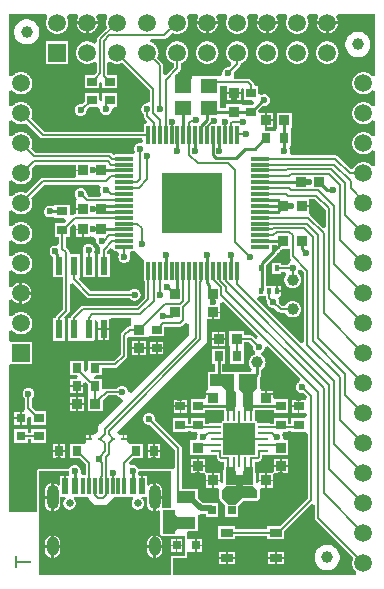
<source format=gtl>
G04*
G04 #@! TF.GenerationSoftware,Altium Limited,Altium Designer,20.0.11 (256)*
G04*
G04 Layer_Physical_Order=1*
G04 Layer_Color=255*
%FSLAX25Y25*%
%MOIN*%
G70*
G01*
G75*
%ADD10C,0.00600*%
%ADD12C,0.00800*%
%ADD58C,0.02559*%
%ADD62R,0.03400X0.03500*%
%ADD63R,0.05906X0.03937*%
%ADD64R,0.01417X0.00984*%
%ADD65C,0.03937*%
%ADD66R,0.03200X0.03000*%
%ADD67R,0.03500X0.03400*%
%ADD68R,0.03000X0.03200*%
%ADD69R,0.02581X0.03150*%
%ADD70R,0.04134X0.02559*%
%ADD71R,0.03150X0.03150*%
%ADD72R,0.01575X0.01968*%
%ADD73R,0.10630X0.10630*%
%ADD74R,0.03347X0.01102*%
%ADD75R,0.01102X0.03347*%
%ADD76R,0.02362X0.05906*%
%ADD77R,0.20472X0.20472*%
G04:AMPARAMS|DCode=78|XSize=11.81mil|YSize=59.06mil|CornerRadius=0.3mil|HoleSize=0mil|Usage=FLASHONLY|Rotation=0.000|XOffset=0mil|YOffset=0mil|HoleType=Round|Shape=RoundedRectangle|*
%AMROUNDEDRECTD78*
21,1,0.01181,0.05847,0,0,0.0*
21,1,0.01122,0.05906,0,0,0.0*
1,1,0.00059,0.00561,-0.02923*
1,1,0.00059,-0.00561,-0.02923*
1,1,0.00059,-0.00561,0.02923*
1,1,0.00059,0.00561,0.02923*
%
%ADD78ROUNDEDRECTD78*%
G04:AMPARAMS|DCode=79|XSize=11.81mil|YSize=59.06mil|CornerRadius=0.3mil|HoleSize=0mil|Usage=FLASHONLY|Rotation=90.000|XOffset=0mil|YOffset=0mil|HoleType=Round|Shape=RoundedRectangle|*
%AMROUNDEDRECTD79*
21,1,0.01181,0.05847,0,0,90.0*
21,1,0.01122,0.05906,0,0,90.0*
1,1,0.00059,0.02923,0.00561*
1,1,0.00059,0.02923,-0.00561*
1,1,0.00059,-0.02923,-0.00561*
1,1,0.00059,-0.02923,0.00561*
%
%ADD79ROUNDEDRECTD79*%
%ADD80R,0.05512X0.04724*%
%ADD81R,0.02362X0.05709*%
%ADD82R,0.01181X0.05709*%
%ADD83C,0.00810*%
%ADD84C,0.01000*%
%ADD85C,0.02000*%
%ADD86C,0.01100*%
%ADD87C,0.05906*%
%ADD88R,0.05906X0.05906*%
%ADD89O,0.03937X0.06299*%
%ADD90O,0.03937X0.08268*%
%ADD91R,0.05906X0.05906*%
%ADD92C,0.02362*%
G36*
X124016Y168571D02*
X123653Y168356D01*
X123016Y168243D01*
X122956Y168320D01*
X122735Y168562D01*
X122493Y168783D01*
X122233Y168983D01*
X121957Y169159D01*
X121666Y169310D01*
X121363Y169435D01*
X121051Y169534D01*
X120731Y169605D01*
X120406Y169648D01*
X120079Y169662D01*
X119751Y169648D01*
X119427Y169605D01*
X119106Y169534D01*
X118794Y169435D01*
X118491Y169310D01*
X118201Y169159D01*
X117924Y168983D01*
X117664Y168783D01*
X117423Y168562D01*
X117201Y168320D01*
X117002Y168060D01*
X116826Y167784D01*
X116674Y167493D01*
X116549Y167190D01*
X116450Y166878D01*
X116379Y166558D01*
X116337Y166233D01*
X116322Y165905D01*
X116337Y165578D01*
X116379Y165253D01*
X116450Y164933D01*
X116549Y164621D01*
X116674Y164318D01*
X116826Y164027D01*
X117002Y163751D01*
X117201Y163491D01*
X117423Y163249D01*
X117664Y163028D01*
X117924Y162829D01*
X118201Y162652D01*
X118491Y162501D01*
X118794Y162376D01*
X119106Y162277D01*
X119427Y162206D01*
X119751Y162163D01*
X120079Y162149D01*
X120406Y162163D01*
X120731Y162206D01*
X121051Y162277D01*
X121363Y162376D01*
X121666Y162501D01*
X121957Y162652D01*
X122233Y162829D01*
X122493Y163028D01*
X122735Y163249D01*
X122956Y163491D01*
X123016Y163568D01*
X123653Y163455D01*
X124016Y163240D01*
Y158571D01*
X123653Y158356D01*
X123016Y158242D01*
X122956Y158320D01*
X122735Y158562D01*
X122493Y158783D01*
X122233Y158983D01*
X121957Y159159D01*
X121666Y159310D01*
X121363Y159435D01*
X121051Y159534D01*
X120731Y159605D01*
X120406Y159648D01*
X120079Y159662D01*
X119751Y159648D01*
X119427Y159605D01*
X119106Y159534D01*
X118794Y159435D01*
X118491Y159310D01*
X118201Y159159D01*
X117924Y158983D01*
X117664Y158783D01*
X117423Y158562D01*
X117201Y158320D01*
X117002Y158060D01*
X116826Y157784D01*
X116674Y157493D01*
X116549Y157190D01*
X116450Y156878D01*
X116379Y156558D01*
X116337Y156233D01*
X116322Y155905D01*
X116337Y155578D01*
X116379Y155253D01*
X116450Y154933D01*
X116549Y154621D01*
X116674Y154318D01*
X116826Y154027D01*
X117002Y153751D01*
X117201Y153491D01*
X117423Y153249D01*
X117664Y153028D01*
X117924Y152829D01*
X118201Y152652D01*
X118491Y152501D01*
X118794Y152376D01*
X119106Y152277D01*
X119427Y152206D01*
X119751Y152164D01*
X120079Y152149D01*
X120406Y152164D01*
X120731Y152206D01*
X121051Y152277D01*
X121363Y152376D01*
X121666Y152501D01*
X121957Y152652D01*
X122233Y152829D01*
X122493Y153028D01*
X122735Y153249D01*
X122956Y153491D01*
X123016Y153568D01*
X123653Y153455D01*
X124016Y153240D01*
Y148571D01*
X123653Y148356D01*
X123016Y148242D01*
X122956Y148320D01*
X122735Y148562D01*
X122493Y148783D01*
X122233Y148983D01*
X121957Y149159D01*
X121666Y149310D01*
X121363Y149435D01*
X121051Y149534D01*
X120731Y149605D01*
X120406Y149648D01*
X120079Y149662D01*
X119751Y149648D01*
X119427Y149605D01*
X119106Y149534D01*
X118794Y149435D01*
X118491Y149310D01*
X118201Y149159D01*
X117924Y148983D01*
X117664Y148783D01*
X117423Y148562D01*
X117201Y148320D01*
X117002Y148060D01*
X116826Y147784D01*
X116674Y147493D01*
X116549Y147190D01*
X116450Y146878D01*
X116379Y146558D01*
X116337Y146233D01*
X116322Y145905D01*
X116337Y145578D01*
X116379Y145253D01*
X116450Y144933D01*
X116549Y144621D01*
X116674Y144318D01*
X116826Y144027D01*
X117002Y143751D01*
X117201Y143491D01*
X117423Y143249D01*
X117664Y143028D01*
X117924Y142829D01*
X118201Y142652D01*
X118491Y142501D01*
X118794Y142376D01*
X119106Y142277D01*
X119427Y142206D01*
X119751Y142164D01*
X120079Y142149D01*
X120406Y142164D01*
X120731Y142206D01*
X121051Y142277D01*
X121363Y142376D01*
X121666Y142501D01*
X121957Y142652D01*
X122233Y142829D01*
X122493Y143028D01*
X122735Y143249D01*
X122956Y143491D01*
X123016Y143569D01*
X123653Y143455D01*
X124016Y143240D01*
Y138571D01*
X123653Y138356D01*
X123016Y138242D01*
X122956Y138320D01*
X122735Y138562D01*
X122493Y138783D01*
X122233Y138982D01*
X121957Y139159D01*
X121666Y139310D01*
X121363Y139435D01*
X121051Y139534D01*
X120731Y139605D01*
X120406Y139648D01*
X120079Y139662D01*
X119751Y139648D01*
X119427Y139605D01*
X119106Y139534D01*
X118794Y139435D01*
X118491Y139310D01*
X118201Y139159D01*
X117924Y138982D01*
X117664Y138783D01*
X117423Y138562D01*
X117201Y138320D01*
X117002Y138060D01*
X116826Y137784D01*
X116717Y137575D01*
X116322Y137440D01*
X115757Y137355D01*
X115565Y137395D01*
X111432Y141528D01*
X111301Y141641D01*
X111153Y141731D01*
X110993Y141797D01*
X110825Y141838D01*
X110652Y141851D01*
X96145D01*
X95845Y142125D01*
X95596Y142541D01*
X95505Y142851D01*
X95536Y142958D01*
X95573Y143178D01*
X95585Y143400D01*
X95573Y143622D01*
X95536Y143842D01*
X95474Y144055D01*
X95389Y144261D01*
X95453Y144420D01*
X95901Y145238D01*
X95901Y145238D01*
X95901Y145238D01*
Y150038D01*
X95901D01*
X96009Y150993D01*
X96101D01*
Y156093D01*
X91101D01*
Y150993D01*
X91101D01*
X90994Y150038D01*
X87200D01*
Y151193D01*
X87201D01*
Y153543D01*
Y155893D01*
X85201D01*
X85077Y156842D01*
Y156856D01*
X86502Y158282D01*
X86559Y158265D01*
X86778Y158228D01*
X87000Y158216D01*
X87222Y158228D01*
X87441Y158265D01*
X87655Y158327D01*
X87861Y158412D01*
X88056Y158520D01*
X88237Y158649D01*
X88403Y158797D01*
X88551Y158963D01*
X88680Y159144D01*
X88788Y159339D01*
X88873Y159545D01*
X88934Y159758D01*
X88972Y159978D01*
X88984Y160200D01*
X88972Y160422D01*
X88934Y160642D01*
X88873Y160855D01*
X88788Y161061D01*
X88680Y161256D01*
X88551Y161437D01*
X88403Y161603D01*
X88237Y161751D01*
X88056Y161880D01*
X87861Y161988D01*
X87655Y162073D01*
X87441Y162135D01*
X87222Y162172D01*
X87000Y162184D01*
X86778Y162172D01*
X86559Y162135D01*
X86345Y162073D01*
X86139Y161988D01*
X86077Y161953D01*
X85522Y162132D01*
X85255Y162291D01*
X85077Y162480D01*
Y164799D01*
X83781D01*
Y165123D01*
X83767Y165295D01*
X83727Y165464D01*
X83660Y165624D01*
X83570Y165771D01*
X83457Y165903D01*
X82380Y166980D01*
X82249Y167093D01*
X82101Y167183D01*
X81941Y167249D01*
X81773Y167290D01*
X81600Y167303D01*
X77299D01*
X77152Y167433D01*
X76970Y167707D01*
X76768Y168303D01*
X76788Y168339D01*
X76873Y168545D01*
X76934Y168758D01*
X76972Y168978D01*
X76984Y169200D01*
X76972Y169422D01*
X76944Y169584D01*
X78776Y171416D01*
X78889Y171547D01*
X78979Y171695D01*
X79045Y171855D01*
X79086Y172023D01*
X79100Y172196D01*
Y172517D01*
X79277Y172573D01*
X79580Y172698D01*
X79870Y172849D01*
X80147Y173025D01*
X80407Y173225D01*
X80648Y173446D01*
X80870Y173688D01*
X81069Y173948D01*
X81245Y174224D01*
X81397Y174515D01*
X81522Y174818D01*
X81621Y175130D01*
X81691Y175450D01*
X81734Y175775D01*
X81748Y176102D01*
X81734Y176430D01*
X81691Y176755D01*
X81621Y177075D01*
X81522Y177387D01*
X81397Y177690D01*
X81245Y177980D01*
X81069Y178257D01*
X80870Y178517D01*
X80648Y178759D01*
X80407Y178980D01*
X80147Y179179D01*
X79870Y179355D01*
X79580Y179507D01*
X79277Y179632D01*
X78964Y179731D01*
X78644Y179802D01*
X78320Y179844D01*
X77992Y179859D01*
X77665Y179844D01*
X77340Y179802D01*
X77020Y179731D01*
X76707Y179632D01*
X76405Y179507D01*
X76114Y179355D01*
X75838Y179179D01*
X75578Y178980D01*
X75336Y178759D01*
X75115Y178517D01*
X74915Y178257D01*
X74739Y177980D01*
X74588Y177690D01*
X74462Y177387D01*
X74364Y177075D01*
X74293Y176755D01*
X74250Y176430D01*
X74236Y176102D01*
X74250Y175775D01*
X74293Y175450D01*
X74364Y175130D01*
X74462Y174818D01*
X74588Y174515D01*
X74739Y174224D01*
X74915Y173948D01*
X75115Y173688D01*
X75336Y173446D01*
X75578Y173225D01*
X75838Y173025D01*
X75846Y173020D01*
X76069Y172191D01*
X76045Y171842D01*
X76018Y171778D01*
X75384Y171144D01*
X75222Y171172D01*
X75000Y171184D01*
X74778Y171172D01*
X74559Y171134D01*
X74345Y171073D01*
X74139Y170988D01*
X73944Y170880D01*
X73763Y170751D01*
X73597Y170603D01*
X73449Y170437D01*
X73320Y170256D01*
X73212Y170061D01*
X73127Y169855D01*
X73066Y169641D01*
X73028Y169422D01*
X73016Y169200D01*
X73028Y168978D01*
X72492Y168297D01*
X72306Y168147D01*
X72257Y168123D01*
X65145D01*
Y168123D01*
X62795D01*
Y167323D01*
X57284D01*
Y168523D01*
X57807Y169047D01*
X58772Y170012D01*
X58885Y170144D01*
X58975Y170291D01*
X59042Y170451D01*
X59082Y170619D01*
X59096Y170792D01*
Y172515D01*
X59277Y172573D01*
X59580Y172698D01*
X59870Y172849D01*
X60147Y173025D01*
X60407Y173225D01*
X60648Y173446D01*
X60870Y173688D01*
X61069Y173948D01*
X61245Y174224D01*
X61396Y174515D01*
X61522Y174818D01*
X61620Y175130D01*
X61691Y175450D01*
X61734Y175775D01*
X61748Y176102D01*
X61734Y176430D01*
X61691Y176755D01*
X61620Y177075D01*
X61522Y177387D01*
X61396Y177690D01*
X61245Y177980D01*
X61069Y178257D01*
X60870Y178517D01*
X60648Y178759D01*
X60407Y178980D01*
X60147Y179179D01*
X59870Y179355D01*
X59580Y179507D01*
X59277Y179632D01*
X58964Y179731D01*
X58644Y179802D01*
X58319Y179844D01*
X57992Y179859D01*
X57665Y179844D01*
X57340Y179802D01*
X57020Y179731D01*
X56707Y179632D01*
X56405Y179507D01*
X56114Y179355D01*
X55838Y179179D01*
X55578Y178980D01*
X55336Y178759D01*
X55115Y178517D01*
X54915Y178257D01*
X54739Y177980D01*
X54588Y177690D01*
X54462Y177387D01*
X54364Y177075D01*
X54293Y176755D01*
X54250Y176430D01*
X54236Y176102D01*
X54250Y175775D01*
X54293Y175450D01*
X54364Y175130D01*
X54462Y174818D01*
X54588Y174515D01*
X54739Y174224D01*
X54915Y173948D01*
X55115Y173688D01*
X55336Y173446D01*
X55578Y173225D01*
X55838Y173025D01*
X56114Y172849D01*
X56405Y172698D01*
X56707Y172573D01*
X56889Y172515D01*
Y171249D01*
X54256Y168617D01*
X53256Y169031D01*
Y171942D01*
X53243Y172114D01*
X53202Y172283D01*
X53136Y172443D01*
X53045Y172590D01*
X52933Y172722D01*
X51309Y174346D01*
X51397Y174515D01*
X51522Y174818D01*
X51621Y175130D01*
X51691Y175450D01*
X51734Y175775D01*
X51749Y176102D01*
X51734Y176430D01*
X51691Y176755D01*
X51621Y177075D01*
X51522Y177387D01*
X51397Y177690D01*
X51245Y177980D01*
X51069Y178257D01*
X50870Y178517D01*
X50648Y178759D01*
X50407Y178980D01*
X50147Y179179D01*
X49870Y179355D01*
X49580Y179507D01*
X49277Y179632D01*
X48964Y179731D01*
X49196Y180697D01*
X53690D01*
X53862Y180710D01*
X54031Y180751D01*
X54191Y180817D01*
X54338Y180907D01*
X54470Y181020D01*
X56236Y182786D01*
X56405Y182698D01*
X56707Y182573D01*
X57020Y182474D01*
X57340Y182403D01*
X57665Y182360D01*
X57992Y182346D01*
X58319Y182360D01*
X58644Y182403D01*
X58964Y182474D01*
X59277Y182573D01*
X59580Y182698D01*
X59870Y182849D01*
X60147Y183025D01*
X60407Y183225D01*
X60648Y183446D01*
X60870Y183688D01*
X61069Y183948D01*
X61245Y184224D01*
X61396Y184515D01*
X61522Y184818D01*
X61620Y185130D01*
X61691Y185450D01*
X61734Y185775D01*
X61748Y186102D01*
X61734Y186430D01*
X61691Y186755D01*
X61620Y187075D01*
X61522Y187387D01*
X61396Y187690D01*
X61245Y187980D01*
X61563Y188759D01*
X61778Y188976D01*
X64459D01*
X64807Y188509D01*
X64974Y187976D01*
X64912Y187880D01*
X64769Y187605D01*
X64650Y187319D01*
X64557Y187023D01*
X64490Y186720D01*
X64475Y186602D01*
X71510D01*
X71494Y186720D01*
X71427Y187023D01*
X71334Y187319D01*
X71215Y187605D01*
X71072Y187880D01*
X71011Y187976D01*
X71178Y188509D01*
X71525Y188976D01*
X74207D01*
X74421Y188759D01*
X74739Y187980D01*
X74588Y187690D01*
X74462Y187387D01*
X74364Y187075D01*
X74293Y186755D01*
X74250Y186430D01*
X74236Y186102D01*
X74250Y185775D01*
X74293Y185450D01*
X74364Y185130D01*
X74462Y184818D01*
X74588Y184515D01*
X74739Y184224D01*
X74915Y183948D01*
X75115Y183688D01*
X75336Y183446D01*
X75578Y183225D01*
X75838Y183025D01*
X76114Y182849D01*
X76405Y182698D01*
X76707Y182573D01*
X77020Y182474D01*
X77340Y182403D01*
X77665Y182360D01*
X77992Y182346D01*
X78320Y182360D01*
X78644Y182403D01*
X78964Y182474D01*
X79277Y182573D01*
X79580Y182698D01*
X79870Y182849D01*
X80147Y183025D01*
X80407Y183225D01*
X80648Y183446D01*
X80870Y183688D01*
X81069Y183948D01*
X81245Y184224D01*
X81397Y184515D01*
X81522Y184818D01*
X81621Y185130D01*
X81691Y185450D01*
X81734Y185775D01*
X81748Y186102D01*
X81734Y186430D01*
X81691Y186755D01*
X81621Y187075D01*
X81522Y187387D01*
X81397Y187690D01*
X81245Y187980D01*
X81564Y188759D01*
X81778Y188976D01*
X84459D01*
X84807Y188509D01*
X84974Y187976D01*
X84912Y187880D01*
X84769Y187605D01*
X84650Y187319D01*
X84557Y187023D01*
X84490Y186720D01*
X84475Y186602D01*
X91510D01*
X91494Y186720D01*
X91427Y187023D01*
X91334Y187319D01*
X91215Y187605D01*
X91072Y187880D01*
X91011Y187976D01*
X91178Y188509D01*
X91525Y188976D01*
X94207D01*
X94421Y188759D01*
X94739Y187980D01*
X94588Y187690D01*
X94462Y187387D01*
X94364Y187075D01*
X94293Y186755D01*
X94250Y186430D01*
X94236Y186102D01*
X94250Y185775D01*
X94293Y185450D01*
X94364Y185130D01*
X94462Y184818D01*
X94588Y184515D01*
X94739Y184224D01*
X94915Y183948D01*
X95115Y183688D01*
X95336Y183446D01*
X95578Y183225D01*
X95838Y183025D01*
X96114Y182849D01*
X96405Y182698D01*
X96707Y182573D01*
X97020Y182474D01*
X97340Y182403D01*
X97665Y182360D01*
X97992Y182346D01*
X98320Y182360D01*
X98644Y182403D01*
X98964Y182474D01*
X99277Y182573D01*
X99580Y182698D01*
X99870Y182849D01*
X100147Y183025D01*
X100407Y183225D01*
X100648Y183446D01*
X100870Y183688D01*
X101069Y183948D01*
X101245Y184224D01*
X101397Y184515D01*
X101522Y184818D01*
X101620Y185130D01*
X101691Y185450D01*
X101734Y185775D01*
X101749Y186102D01*
X101734Y186430D01*
X101691Y186755D01*
X101620Y187075D01*
X101522Y187387D01*
X101397Y187690D01*
X101245Y187980D01*
X101564Y188759D01*
X101778Y188976D01*
X104459D01*
X104807Y188509D01*
X104974Y187976D01*
X104912Y187880D01*
X104769Y187605D01*
X104650Y187319D01*
X104557Y187023D01*
X104490Y186720D01*
X104475Y186602D01*
X111510D01*
X111494Y186720D01*
X111427Y187023D01*
X111334Y187319D01*
X111215Y187605D01*
X111072Y187880D01*
X111011Y187976D01*
X111178Y188509D01*
X111525Y188976D01*
X124016D01*
Y168571D01*
D02*
G37*
G36*
X34421Y188759D02*
X34739Y187980D01*
X34588Y187690D01*
X34462Y187387D01*
X34364Y187075D01*
X34293Y186755D01*
X34250Y186430D01*
X34236Y186102D01*
X34250Y185775D01*
X34293Y185450D01*
X34364Y185130D01*
X34462Y184818D01*
X34588Y184515D01*
X34675Y184346D01*
X31620Y181290D01*
X31507Y181159D01*
X31417Y181011D01*
X31351Y180851D01*
X31310Y180683D01*
X31297Y180510D01*
Y179521D01*
X30689Y179151D01*
X30297Y179064D01*
X30147Y179179D01*
X29870Y179355D01*
X29580Y179507D01*
X29277Y179632D01*
X28964Y179731D01*
X28644Y179802D01*
X28319Y179844D01*
X27992Y179859D01*
X27665Y179844D01*
X27340Y179802D01*
X27020Y179731D01*
X26707Y179632D01*
X26405Y179507D01*
X26114Y179355D01*
X25838Y179179D01*
X25578Y178980D01*
X25336Y178759D01*
X25115Y178517D01*
X24915Y178257D01*
X24739Y177980D01*
X24588Y177690D01*
X24462Y177387D01*
X24364Y177075D01*
X24293Y176755D01*
X24250Y176430D01*
X24236Y176102D01*
X24250Y175775D01*
X24293Y175450D01*
X24364Y175130D01*
X24462Y174818D01*
X24588Y174515D01*
X24739Y174224D01*
X24915Y173948D01*
X25115Y173688D01*
X25336Y173446D01*
X25578Y173225D01*
X25838Y173025D01*
X26114Y172849D01*
X26405Y172698D01*
X26707Y172573D01*
X27020Y172474D01*
X27340Y172403D01*
X27665Y172360D01*
X27992Y172346D01*
X28319Y172360D01*
X28644Y172403D01*
X28964Y172474D01*
X29277Y172573D01*
X29580Y172698D01*
X29870Y172849D01*
X30147Y173025D01*
X30297Y173140D01*
X30689Y173053D01*
X31297Y172684D01*
Y169765D01*
X30267Y168736D01*
X27128D01*
Y164136D01*
X31928D01*
Y166077D01*
X32419Y166366D01*
X33033Y166003D01*
Y164136D01*
X37833D01*
Y168736D01*
X34703D01*
Y172670D01*
X35260Y173023D01*
X35703Y173128D01*
X35838Y173025D01*
X36114Y172849D01*
X36405Y172698D01*
X36707Y172573D01*
X37020Y172474D01*
X37340Y172403D01*
X37665Y172360D01*
X37992Y172346D01*
X38320Y172360D01*
X38644Y172403D01*
X38964Y172474D01*
X39277Y172573D01*
X39580Y172698D01*
X39748Y172786D01*
X48878Y163656D01*
Y160049D01*
X48770Y159823D01*
X48700Y159741D01*
X48000Y159184D01*
X47778Y159172D01*
X47559Y159134D01*
X47345Y159073D01*
X47139Y158988D01*
X46944Y158880D01*
X46763Y158751D01*
X46597Y158603D01*
X46449Y158437D01*
X46320Y158256D01*
X46212Y158061D01*
X46127Y157855D01*
X46066Y157641D01*
X46028Y157422D01*
X46016Y157200D01*
X46028Y156978D01*
X46066Y156758D01*
X46127Y156545D01*
X46212Y156339D01*
X46320Y156144D01*
X46449Y155963D01*
X46597Y155797D01*
X46763Y155649D01*
X46897Y155554D01*
Y154800D01*
X46910Y154627D01*
X46951Y154459D01*
X47017Y154299D01*
X47107Y154151D01*
X47220Y154020D01*
X47862Y153377D01*
X47750Y152801D01*
X47473Y152352D01*
X47410Y152337D01*
X47290Y152287D01*
X47178Y152218D01*
X47079Y152134D01*
X46994Y152034D01*
X46926Y151923D01*
X46876Y151802D01*
X46845Y151675D01*
X46835Y151545D01*
Y149725D01*
X13646D01*
X9222Y154149D01*
X9310Y154318D01*
X9435Y154621D01*
X9534Y154933D01*
X9605Y155253D01*
X9647Y155578D01*
X9662Y155905D01*
X9647Y156233D01*
X9605Y156558D01*
X9534Y156878D01*
X9435Y157190D01*
X9310Y157493D01*
X9159Y157784D01*
X8982Y158060D01*
X8783Y158320D01*
X8562Y158562D01*
X8320Y158783D01*
X8060Y158983D01*
X7784Y159159D01*
X7493Y159310D01*
X7190Y159435D01*
X6878Y159534D01*
X6558Y159605D01*
X6233Y159648D01*
X5906Y159662D01*
X5578Y159648D01*
X5253Y159605D01*
X4933Y159534D01*
X4621Y159435D01*
X4318Y159310D01*
X4027Y159159D01*
X3751Y158983D01*
X3491Y158783D01*
X3249Y158562D01*
X3028Y158320D01*
X2968Y158242D01*
X2331Y158356D01*
X1969Y158571D01*
Y163240D01*
X2331Y163455D01*
X2968Y163568D01*
X3028Y163491D01*
X3249Y163249D01*
X3491Y163028D01*
X3751Y162829D01*
X4027Y162652D01*
X4318Y162501D01*
X4621Y162376D01*
X4933Y162277D01*
X5253Y162206D01*
X5578Y162163D01*
X5906Y162149D01*
X6233Y162163D01*
X6558Y162206D01*
X6878Y162277D01*
X7190Y162376D01*
X7493Y162501D01*
X7784Y162652D01*
X8060Y162829D01*
X8320Y163028D01*
X8562Y163249D01*
X8783Y163491D01*
X8982Y163751D01*
X9159Y164027D01*
X9310Y164318D01*
X9435Y164621D01*
X9534Y164933D01*
X9605Y165253D01*
X9647Y165578D01*
X9662Y165905D01*
X9647Y166233D01*
X9605Y166558D01*
X9534Y166878D01*
X9435Y167190D01*
X9310Y167493D01*
X9159Y167784D01*
X8982Y168060D01*
X8783Y168320D01*
X8562Y168562D01*
X8320Y168783D01*
X8060Y168983D01*
X7784Y169159D01*
X7493Y169310D01*
X7190Y169435D01*
X6878Y169534D01*
X6558Y169605D01*
X6233Y169648D01*
X5906Y169662D01*
X5578Y169648D01*
X5253Y169605D01*
X4933Y169534D01*
X4621Y169435D01*
X4318Y169310D01*
X4027Y169159D01*
X3751Y168983D01*
X3491Y168783D01*
X3249Y168562D01*
X3028Y168320D01*
X2968Y168243D01*
X2331Y168356D01*
X1969Y168571D01*
Y188976D01*
X14207D01*
X14421Y188759D01*
X14739Y187980D01*
X14588Y187690D01*
X14462Y187387D01*
X14364Y187075D01*
X14293Y186755D01*
X14250Y186430D01*
X14236Y186102D01*
X14250Y185775D01*
X14293Y185450D01*
X14364Y185130D01*
X14462Y184818D01*
X14588Y184515D01*
X14739Y184224D01*
X14915Y183948D01*
X15115Y183688D01*
X15336Y183446D01*
X15578Y183225D01*
X15838Y183025D01*
X16114Y182849D01*
X16405Y182698D01*
X16707Y182573D01*
X17020Y182474D01*
X17340Y182403D01*
X17665Y182360D01*
X17992Y182346D01*
X18319Y182360D01*
X18644Y182403D01*
X18964Y182474D01*
X19277Y182573D01*
X19580Y182698D01*
X19870Y182849D01*
X20147Y183025D01*
X20407Y183225D01*
X20648Y183446D01*
X20870Y183688D01*
X21069Y183948D01*
X21245Y184224D01*
X21396Y184515D01*
X21522Y184818D01*
X21621Y185130D01*
X21691Y185450D01*
X21734Y185775D01*
X21748Y186102D01*
X21734Y186430D01*
X21691Y186755D01*
X21621Y187075D01*
X21522Y187387D01*
X21396Y187690D01*
X21245Y187980D01*
X21564Y188759D01*
X21778Y188976D01*
X24459D01*
X24807Y188509D01*
X24974Y187976D01*
X24912Y187880D01*
X24769Y187605D01*
X24651Y187319D01*
X24557Y187023D01*
X24490Y186720D01*
X24475Y186602D01*
X31510D01*
X31494Y186720D01*
X31427Y187023D01*
X31334Y187319D01*
X31215Y187605D01*
X31072Y187880D01*
X31011Y187976D01*
X31178Y188509D01*
X31525Y188976D01*
X34207D01*
X34421Y188759D01*
D02*
G37*
G36*
X74422Y164799D02*
X74422Y164097D01*
Y162799D01*
X79122D01*
X79122Y163848D01*
X79699Y164183D01*
X80277Y163848D01*
Y160199D01*
X83075D01*
X83504Y159230D01*
X83080Y158699D01*
X80277D01*
Y158699D01*
X79322Y158806D01*
Y158899D01*
X74222D01*
Y157702D01*
X72257D01*
X72257Y161798D01*
X72257D01*
Y165097D01*
X73545D01*
X74422Y164799D01*
D02*
G37*
G36*
X3028Y153491D02*
X3249Y153249D01*
X3491Y153028D01*
X3751Y152829D01*
X4027Y152652D01*
X4318Y152501D01*
X4621Y152376D01*
X4933Y152277D01*
X5253Y152206D01*
X5578Y152164D01*
X5906Y152149D01*
X6233Y152164D01*
X6558Y152206D01*
X6878Y152277D01*
X7190Y152376D01*
X7493Y152501D01*
X7662Y152589D01*
X12409Y147842D01*
X12540Y147729D01*
X12688Y147639D01*
X12848Y147573D01*
X13016Y147532D01*
X13189Y147519D01*
X46376D01*
X46700Y146519D01*
X46638Y146429D01*
X46595Y146393D01*
X45835Y145969D01*
X45822Y145972D01*
X45600Y145984D01*
X45378Y145972D01*
X45158Y145934D01*
X44945Y145873D01*
X44739Y145788D01*
X44544Y145680D01*
X44363Y145551D01*
X44197Y145403D01*
X44049Y145237D01*
X43920Y145056D01*
X43812Y144861D01*
X43727Y144655D01*
X43666Y144441D01*
X43628Y144222D01*
X43616Y144000D01*
X43628Y143778D01*
X43666Y143559D01*
X43727Y143345D01*
X43812Y143139D01*
X43876Y143024D01*
X43742Y142661D01*
X43685Y142571D01*
X43354Y142194D01*
X43288Y142140D01*
X43278Y142141D01*
X37431D01*
X37301Y142131D01*
X37174Y142100D01*
X37053Y142051D01*
X36942Y141982D01*
X36843Y141897D01*
X36049Y142493D01*
X35901Y142583D01*
X35741Y142649D01*
X35573Y142690D01*
X35400Y142703D01*
X10668D01*
X9222Y144149D01*
X9310Y144318D01*
X9435Y144621D01*
X9534Y144933D01*
X9605Y145253D01*
X9647Y145578D01*
X9662Y145905D01*
X9647Y146233D01*
X9605Y146558D01*
X9534Y146878D01*
X9435Y147190D01*
X9310Y147493D01*
X9159Y147784D01*
X8982Y148060D01*
X8783Y148320D01*
X8562Y148562D01*
X8320Y148783D01*
X8060Y148983D01*
X7784Y149159D01*
X7493Y149310D01*
X7190Y149435D01*
X6878Y149534D01*
X6558Y149605D01*
X6233Y149648D01*
X5906Y149662D01*
X5578Y149648D01*
X5253Y149605D01*
X4933Y149534D01*
X4621Y149435D01*
X4318Y149310D01*
X4027Y149159D01*
X3751Y148983D01*
X3491Y148783D01*
X3249Y148562D01*
X3028Y148320D01*
X2968Y148242D01*
X2331Y148356D01*
X1969Y148571D01*
Y153240D01*
X2331Y153455D01*
X2968Y153568D01*
X3028Y153491D01*
D02*
G37*
G36*
X24178Y137111D02*
X26478D01*
Y136511D01*
X24178D01*
Y134461D01*
X23243Y134303D01*
X13200D01*
X13027Y134290D01*
X12859Y134249D01*
X12699Y134183D01*
X12551Y134093D01*
X12420Y133980D01*
X7662Y129222D01*
X7493Y129310D01*
X7190Y129435D01*
X6878Y129534D01*
X6558Y129605D01*
X6233Y129648D01*
X5906Y129662D01*
X5578Y129648D01*
X5253Y129605D01*
X4933Y129534D01*
X4621Y129435D01*
X4318Y129310D01*
X4027Y129159D01*
X3751Y128982D01*
X3491Y128783D01*
X3249Y128562D01*
X3028Y128320D01*
X2968Y128243D01*
X2331Y128356D01*
X1969Y128571D01*
Y133240D01*
X2331Y133455D01*
X2968Y133569D01*
X3028Y133491D01*
X3249Y133249D01*
X3491Y133028D01*
X3751Y132828D01*
X4027Y132652D01*
X4318Y132501D01*
X4621Y132376D01*
X4933Y132277D01*
X5253Y132206D01*
X5578Y132164D01*
X5906Y132149D01*
X6233Y132164D01*
X6558Y132206D01*
X6878Y132277D01*
X7190Y132376D01*
X7493Y132501D01*
X7784Y132652D01*
X8060Y132828D01*
X8320Y133028D01*
X8562Y133249D01*
X8783Y133491D01*
X8982Y133751D01*
X9159Y134027D01*
X9310Y134318D01*
X9435Y134621D01*
X9534Y134933D01*
X9605Y135253D01*
X9647Y135578D01*
X9662Y135906D01*
X9647Y136233D01*
X9605Y136558D01*
X9534Y136878D01*
X9435Y137190D01*
X9381Y137321D01*
X10757Y138697D01*
X24178D01*
Y137111D01*
D02*
G37*
G36*
X32048Y131967D02*
X32230Y131693D01*
X32432Y131097D01*
X32412Y131061D01*
X32327Y130855D01*
X32265Y130641D01*
X32228Y130422D01*
X32216Y130200D01*
X32228Y129978D01*
X32265Y129759D01*
X32327Y129545D01*
X32412Y129339D01*
X32520Y129144D01*
X32571Y129072D01*
X32460Y128608D01*
X32243Y128203D01*
X32121Y128072D01*
X28493D01*
X28259Y128301D01*
X27776Y128860D01*
X27784Y129000D01*
X27772Y129222D01*
X27735Y129441D01*
X27673Y129655D01*
X27588Y129861D01*
X27480Y130056D01*
X27351Y130237D01*
X27203Y130403D01*
X27037Y130551D01*
X26856Y130680D01*
X26661Y130788D01*
X26455Y130873D01*
X26241Y130935D01*
X26022Y130972D01*
X25800Y130984D01*
X25578Y130972D01*
X25359Y130935D01*
X25145Y130873D01*
X24939Y130788D01*
X24744Y130680D01*
X24563Y130551D01*
X24397Y130403D01*
X24249Y130237D01*
X24120Y130056D01*
X24012Y129861D01*
X23927Y129655D01*
X23866Y129441D01*
X23828Y129222D01*
X23816Y129000D01*
X23828Y128778D01*
X23866Y128559D01*
X23927Y128345D01*
X24012Y128139D01*
X24120Y127944D01*
X24249Y127763D01*
X24397Y127597D01*
X24563Y127449D01*
X24680Y127366D01*
X24691Y127247D01*
X24222Y126366D01*
X24178D01*
Y124316D01*
X26478D01*
Y123716D01*
X24178D01*
Y122166D01*
X23819D01*
X23647Y122153D01*
X23478Y122112D01*
X23318Y122046D01*
X23171Y121956D01*
X23085Y121882D01*
X22738Y121925D01*
X22085Y122196D01*
Y125429D01*
X17285D01*
Y125429D01*
X17144Y125341D01*
X16285Y124989D01*
X16255Y125002D01*
X16041Y125063D01*
X15822Y125101D01*
X15600Y125113D01*
X15378Y125101D01*
X15158Y125063D01*
X14945Y125002D01*
X14739Y124917D01*
X14544Y124809D01*
X14363Y124680D01*
X14197Y124532D01*
X14049Y124366D01*
X13920Y124184D01*
X13812Y123990D01*
X13727Y123784D01*
X13666Y123570D01*
X13628Y123351D01*
X13616Y123129D01*
X13628Y122907D01*
X13666Y122687D01*
X13727Y122473D01*
X13812Y122268D01*
X13920Y122073D01*
X14049Y121892D01*
X14197Y121726D01*
X14363Y121577D01*
X14544Y121449D01*
X14739Y121341D01*
X14945Y121256D01*
X15158Y121194D01*
X15378Y121157D01*
X15600Y121144D01*
X15822Y121157D01*
X16041Y121194D01*
X16255Y121256D01*
X16285Y121268D01*
X16429Y121209D01*
X17285Y120829D01*
X17285Y120829D01*
X17285Y120829D01*
X20365D01*
X20794Y119860D01*
X20370Y119329D01*
X17285D01*
Y114729D01*
X18582D01*
Y112537D01*
X18435Y112296D01*
X18358Y112223D01*
X17630Y111777D01*
X17582Y111774D01*
X17400Y111784D01*
X17178Y111772D01*
X16959Y111734D01*
X16745Y111673D01*
X16539Y111588D01*
X16344Y111480D01*
X16163Y111351D01*
X15997Y111203D01*
X15849Y111037D01*
X15720Y110856D01*
X15612Y110661D01*
X15527Y110455D01*
X15465Y110241D01*
X15428Y110022D01*
X15416Y109800D01*
X15428Y109578D01*
X15465Y109359D01*
X15527Y109145D01*
X15612Y108939D01*
X15720Y108744D01*
X15849Y108563D01*
X15997Y108397D01*
X16163Y108249D01*
X16344Y108120D01*
X16500Y108034D01*
Y105799D01*
X16503Y105757D01*
Y101365D01*
X19897D01*
Y90573D01*
X17704Y88380D01*
X17592Y88249D01*
X17501Y88101D01*
X17435Y87941D01*
X17394Y87773D01*
X17382Y87611D01*
X16503D01*
Y80106D01*
X20465D01*
Y87611D01*
X20465D01*
X20345Y87901D01*
X21780Y89336D01*
X21893Y89467D01*
X21983Y89615D01*
X22049Y89775D01*
X22090Y89943D01*
X22103Y90116D01*
Y98966D01*
X23103Y99380D01*
X27864Y94620D01*
X27996Y94507D01*
X28143Y94417D01*
X28303Y94351D01*
X28472Y94310D01*
X28644Y94297D01*
X42154D01*
X42249Y94163D01*
X42397Y93997D01*
X42563Y93849D01*
X42744Y93720D01*
X42939Y93612D01*
X43145Y93527D01*
X43358Y93466D01*
X43578Y93428D01*
X43800Y93416D01*
X44022Y93428D01*
X44241Y93466D01*
X44455Y93527D01*
X44661Y93612D01*
X44856Y93720D01*
X45037Y93849D01*
X45203Y93997D01*
X45351Y94163D01*
X45480Y94344D01*
X45588Y94539D01*
X45673Y94745D01*
X45735Y94959D01*
X45772Y95178D01*
X45784Y95400D01*
X45772Y95622D01*
X45735Y95841D01*
X45673Y96055D01*
X45588Y96261D01*
X45480Y96456D01*
X45351Y96637D01*
X45203Y96803D01*
X45037Y96951D01*
X44856Y97080D01*
X44661Y97188D01*
X44455Y97273D01*
X44241Y97334D01*
X44022Y97372D01*
X43800Y97384D01*
X43578Y97372D01*
X43358Y97334D01*
X43145Y97273D01*
X42939Y97188D01*
X42744Y97080D01*
X42563Y96951D01*
X42397Y96803D01*
X42249Y96637D01*
X42154Y96503D01*
X29101D01*
X25239Y100365D01*
X25465Y101365D01*
X25465D01*
Y108871D01*
X22103D01*
Y109457D01*
X22090Y109629D01*
X22049Y109798D01*
X21983Y109958D01*
X21893Y110106D01*
X21780Y110237D01*
X20788Y111229D01*
Y114729D01*
X22085D01*
Y117768D01*
X23178Y118861D01*
X24178Y118447D01*
Y117426D01*
X26478D01*
Y117126D01*
X26778D01*
Y114776D01*
X28778D01*
X28778Y114776D01*
X29078Y114890D01*
X30078Y114576D01*
X30821Y113956D01*
X31022Y113633D01*
X31026Y113576D01*
X31016Y113400D01*
X31028Y113178D01*
X31065Y112959D01*
X31127Y112745D01*
X31212Y112539D01*
X31320Y112344D01*
X31449Y112163D01*
X31597Y111997D01*
X31763Y111849D01*
X31885Y111762D01*
X31983Y111663D01*
X32399Y111051D01*
X32431Y110773D01*
X32394Y110573D01*
X32381Y110400D01*
Y108871D01*
X31503D01*
Y101365D01*
X35465D01*
Y108871D01*
X34588D01*
Y109943D01*
X35599Y110954D01*
X36351Y110733D01*
X36608Y110549D01*
X36609Y110529D01*
X36640Y110402D01*
X36690Y110282D01*
X36758Y110170D01*
X36843Y110071D01*
X36942Y109986D01*
X37053Y109918D01*
X37174Y109868D01*
X37301Y109838D01*
X37431Y109827D01*
X38006D01*
X38306Y109481D01*
X38567Y108861D01*
X38482Y108655D01*
X38420Y108441D01*
X38383Y108222D01*
X38370Y108000D01*
X38383Y107778D01*
X38420Y107559D01*
X38482Y107345D01*
X38567Y107139D01*
X38674Y106944D01*
X38803Y106763D01*
X38951Y106597D01*
X39117Y106449D01*
X39299Y106320D01*
X39493Y106212D01*
X39699Y106127D01*
X39913Y106065D01*
X40132Y106028D01*
X40354Y106016D01*
X40576Y106028D01*
X40796Y106065D01*
X41010Y106127D01*
X41215Y106212D01*
X41410Y106320D01*
X41592Y106449D01*
X41757Y106597D01*
X41906Y106763D01*
X42034Y106944D01*
X42142Y107139D01*
X42227Y107345D01*
X42289Y107559D01*
X42326Y107778D01*
X42338Y108000D01*
X42326Y108222D01*
X42289Y108441D01*
X42227Y108655D01*
X42142Y108861D01*
X42403Y109481D01*
X42703Y109827D01*
X43278D01*
X43408Y109838D01*
X43535Y109868D01*
X43655Y109918D01*
X43767Y109986D01*
X43866Y110071D01*
X43868Y110071D01*
X47079Y106861D01*
X47079Y106858D01*
X46994Y106759D01*
X46926Y106648D01*
X46876Y106527D01*
X46845Y106400D01*
X46835Y106270D01*
Y100423D01*
X46845Y100293D01*
X46876Y100166D01*
X46926Y100046D01*
X46994Y99934D01*
X47079Y99835D01*
X47125Y99796D01*
Y94285D01*
X44543Y91703D01*
X26484D01*
X26312Y91690D01*
X26143Y91649D01*
X25983Y91583D01*
X25836Y91493D01*
X25704Y91380D01*
X22704Y88380D01*
X22592Y88249D01*
X22501Y88101D01*
X22435Y87941D01*
X22394Y87773D01*
X22382Y87611D01*
X21503D01*
Y80106D01*
X30465D01*
Y86816D01*
X30746Y86983D01*
X31703Y86455D01*
Y84158D01*
X35265D01*
Y86697D01*
X35265Y87411D01*
X36147Y87697D01*
X42726D01*
Y84862D01*
X42119D01*
X41947Y84848D01*
X41778Y84808D01*
X41618Y84742D01*
X41471Y84651D01*
X41339Y84539D01*
X39420Y82620D01*
X39307Y82488D01*
X39217Y82341D01*
X39151Y82181D01*
X39110Y82012D01*
X39097Y81840D01*
Y75457D01*
X36909Y73269D01*
X31809D01*
X31766Y73266D01*
X28309D01*
Y70186D01*
X27341Y69757D01*
X26809Y70181D01*
Y73266D01*
X22209D01*
Y68466D01*
X24706D01*
X24932Y68161D01*
X24428Y67161D01*
X22409D01*
Y65261D01*
X26609D01*
Y65799D01*
X27533Y66182D01*
X28234Y65480D01*
X28309Y65417D01*
Y62561D01*
X28309D01*
X28202Y61605D01*
X28109D01*
Y56505D01*
X33109D01*
Y59995D01*
X35011Y61897D01*
X37954D01*
X38049Y61763D01*
X38197Y61597D01*
X38363Y61449D01*
X38544Y61320D01*
X38739Y61212D01*
X38945Y61127D01*
X39158Y61066D01*
X39378Y61028D01*
X39406Y61027D01*
X39701Y60561D01*
X39820Y60027D01*
X32142Y52348D01*
X31962Y52147D01*
X31805Y51926D01*
X31675Y51690D01*
X31614Y51544D01*
X31571Y51441D01*
X31497Y51181D01*
X31451Y50915D01*
X31436Y50645D01*
Y49989D01*
X30550Y49103D01*
X30370Y48902D01*
X30214Y48682D01*
X30109Y48492D01*
X29247D01*
Y47400D01*
X28947D01*
Y47100D01*
X27638D01*
Y46444D01*
X27261Y46007D01*
X26887Y45707D01*
X22403D01*
Y40907D01*
X25443D01*
X27440Y38910D01*
Y35170D01*
X26435D01*
X26220Y35318D01*
X26121Y35435D01*
X25753Y36158D01*
X25791Y36378D01*
X25803Y36600D01*
X25791Y36822D01*
X25753Y37042D01*
X25692Y37255D01*
X25607Y37461D01*
X25499Y37656D01*
X25370Y37837D01*
X25222Y38003D01*
X25056Y38151D01*
X24875Y38280D01*
X24680Y38388D01*
X24474Y38473D01*
X24260Y38535D01*
X24041Y38572D01*
X23819Y38584D01*
X23597Y38572D01*
X23377Y38535D01*
X23164Y38473D01*
X22958Y38388D01*
X22763Y38280D01*
X22582Y38151D01*
X22416Y38003D01*
X22268Y37837D01*
X22139Y37656D01*
X22031Y37461D01*
X22000Y37386D01*
X21992Y37388D01*
X21969Y37391D01*
X21947Y37396D01*
X21891Y37398D01*
X21835Y37404D01*
X12000D01*
X11843Y37388D01*
X11692Y37343D01*
X11553Y37268D01*
X11432Y37168D01*
X11332Y37047D01*
X11257Y36908D01*
X11212Y36757D01*
X11196Y36600D01*
Y22800D01*
X1969D01*
Y71229D01*
X2153Y72153D01*
X2968Y72153D01*
X9658D01*
Y79658D01*
X2968D01*
X2153Y79658D01*
X1969Y80582D01*
Y83240D01*
X2331Y83455D01*
X2968Y83569D01*
X3028Y83491D01*
X3249Y83249D01*
X3491Y83028D01*
X3751Y82828D01*
X4027Y82652D01*
X4318Y82501D01*
X4621Y82376D01*
X4933Y82277D01*
X5253Y82206D01*
X5578Y82164D01*
X5906Y82149D01*
X6233Y82164D01*
X6558Y82206D01*
X6878Y82277D01*
X7190Y82376D01*
X7493Y82501D01*
X7784Y82652D01*
X8060Y82828D01*
X8320Y83028D01*
X8562Y83249D01*
X8783Y83491D01*
X8982Y83751D01*
X9159Y84027D01*
X9310Y84318D01*
X9435Y84621D01*
X9534Y84933D01*
X9605Y85253D01*
X9647Y85578D01*
X9662Y85905D01*
X9647Y86233D01*
X9605Y86558D01*
X9534Y86878D01*
X9435Y87190D01*
X9310Y87493D01*
X9159Y87784D01*
X8982Y88060D01*
X8783Y88320D01*
X8562Y88562D01*
X8320Y88783D01*
X8060Y88982D01*
X7784Y89159D01*
X7493Y89310D01*
X7190Y89435D01*
X6878Y89534D01*
X6558Y89605D01*
X6233Y89648D01*
X5906Y89662D01*
X5578Y89648D01*
X5253Y89605D01*
X4933Y89534D01*
X4621Y89435D01*
X4318Y89310D01*
X4027Y89159D01*
X3751Y88982D01*
X3491Y88783D01*
X3249Y88562D01*
X3028Y88320D01*
X2968Y88243D01*
X2331Y88356D01*
X1969Y88571D01*
Y93641D01*
X2053Y93689D01*
X2968Y93903D01*
X2992Y93866D01*
X3181Y93620D01*
X3391Y93391D01*
X3620Y93181D01*
X3866Y92993D01*
X4127Y92826D01*
X4403Y92683D01*
X4689Y92564D01*
X4985Y92471D01*
X5288Y92403D01*
X5406Y92388D01*
Y95906D01*
Y99423D01*
X5288Y99408D01*
X4985Y99340D01*
X4689Y99247D01*
X4403Y99129D01*
X4127Y98985D01*
X3866Y98818D01*
X3620Y98630D01*
X3391Y98420D01*
X3181Y98191D01*
X2992Y97945D01*
X2968Y97908D01*
X2053Y98122D01*
X1969Y98170D01*
Y103240D01*
X2331Y103455D01*
X2968Y103568D01*
X3028Y103491D01*
X3249Y103249D01*
X3491Y103028D01*
X3751Y102829D01*
X4027Y102652D01*
X4318Y102501D01*
X4621Y102376D01*
X4933Y102277D01*
X5253Y102206D01*
X5578Y102164D01*
X5906Y102149D01*
X6233Y102164D01*
X6558Y102206D01*
X6878Y102277D01*
X7190Y102376D01*
X7493Y102501D01*
X7784Y102652D01*
X8060Y102829D01*
X8320Y103028D01*
X8562Y103249D01*
X8783Y103491D01*
X8982Y103751D01*
X9159Y104027D01*
X9310Y104318D01*
X9435Y104621D01*
X9534Y104933D01*
X9605Y105253D01*
X9647Y105578D01*
X9662Y105905D01*
X9647Y106233D01*
X9605Y106558D01*
X9534Y106878D01*
X9435Y107190D01*
X9310Y107493D01*
X9159Y107784D01*
X8982Y108060D01*
X8783Y108320D01*
X8562Y108562D01*
X8320Y108783D01*
X8060Y108983D01*
X7784Y109159D01*
X7493Y109310D01*
X7190Y109435D01*
X6878Y109534D01*
X6558Y109605D01*
X6233Y109648D01*
X5906Y109662D01*
X5578Y109648D01*
X5253Y109605D01*
X4933Y109534D01*
X4621Y109435D01*
X4318Y109310D01*
X4027Y109159D01*
X3751Y108983D01*
X3491Y108783D01*
X3249Y108562D01*
X3028Y108320D01*
X2968Y108242D01*
X2331Y108356D01*
X1969Y108571D01*
Y113240D01*
X2331Y113455D01*
X2968Y113568D01*
X3028Y113491D01*
X3249Y113249D01*
X3491Y113028D01*
X3751Y112829D01*
X4027Y112652D01*
X4318Y112501D01*
X4621Y112376D01*
X4933Y112277D01*
X5253Y112206D01*
X5578Y112163D01*
X5906Y112149D01*
X6233Y112163D01*
X6558Y112206D01*
X6878Y112277D01*
X7190Y112376D01*
X7493Y112501D01*
X7784Y112652D01*
X8060Y112829D01*
X8320Y113028D01*
X8562Y113249D01*
X8783Y113491D01*
X8982Y113751D01*
X9159Y114027D01*
X9310Y114318D01*
X9435Y114621D01*
X9534Y114933D01*
X9605Y115253D01*
X9647Y115578D01*
X9662Y115905D01*
X9647Y116233D01*
X9605Y116558D01*
X9534Y116878D01*
X9435Y117190D01*
X9310Y117493D01*
X9159Y117784D01*
X8982Y118060D01*
X8783Y118320D01*
X8562Y118562D01*
X8320Y118783D01*
X8060Y118983D01*
X7784Y119159D01*
X7493Y119310D01*
X7190Y119435D01*
X6878Y119534D01*
X6558Y119605D01*
X6233Y119648D01*
X5906Y119662D01*
X5578Y119648D01*
X5253Y119605D01*
X4933Y119534D01*
X4621Y119435D01*
X4318Y119310D01*
X4027Y119159D01*
X3751Y118983D01*
X3491Y118783D01*
X3249Y118562D01*
X3028Y118320D01*
X2968Y118243D01*
X2331Y118356D01*
X1969Y118571D01*
Y123240D01*
X2331Y123455D01*
X2968Y123568D01*
X3028Y123491D01*
X3249Y123249D01*
X3491Y123028D01*
X3751Y122828D01*
X4027Y122652D01*
X4318Y122501D01*
X4621Y122376D01*
X4933Y122277D01*
X5253Y122206D01*
X5578Y122163D01*
X5906Y122149D01*
X6233Y122163D01*
X6558Y122206D01*
X6878Y122277D01*
X7190Y122376D01*
X7493Y122501D01*
X7784Y122652D01*
X8060Y122828D01*
X8320Y123028D01*
X8562Y123249D01*
X8783Y123491D01*
X8982Y123751D01*
X9159Y124027D01*
X9310Y124318D01*
X9435Y124621D01*
X9534Y124933D01*
X9605Y125253D01*
X9647Y125578D01*
X9662Y125906D01*
X9647Y126233D01*
X9605Y126558D01*
X9534Y126878D01*
X9435Y127190D01*
X9310Y127493D01*
X9222Y127662D01*
X13657Y132097D01*
X31901D01*
X32048Y131967D01*
D02*
G37*
G36*
X107497Y123743D02*
Y117970D01*
X106573Y117588D01*
X102317Y121843D01*
X102303Y121855D01*
X101807Y122650D01*
Y124700D01*
X99507D01*
Y125300D01*
X101807D01*
Y127297D01*
X103943D01*
X107497Y123743D01*
D02*
G37*
G36*
X95497Y108124D02*
X95510Y107952D01*
X95551Y107783D01*
X95617Y107624D01*
X95707Y107476D01*
X95820Y107344D01*
X95903Y107261D01*
X95932Y107008D01*
X95897Y106792D01*
X95621Y106129D01*
X95596Y106118D01*
X95401Y106011D01*
X95220Y105882D01*
X95054Y105734D01*
X94905Y105568D01*
X94777Y105386D01*
X94694Y105237D01*
X92729D01*
Y105918D01*
X89554D01*
Y102350D01*
X92729D01*
Y103031D01*
X93767D01*
X94119Y102466D01*
X94224Y102031D01*
X94152Y101934D01*
X94012Y101700D01*
X93896Y101454D01*
X93804Y101198D01*
X93738Y100935D01*
X93698Y100665D01*
X93685Y100394D01*
X93698Y100122D01*
X93738Y99853D01*
X93804Y99589D01*
X93896Y99333D01*
X94012Y99087D01*
X94152Y98854D01*
X94314Y98635D01*
X94497Y98434D01*
X94698Y98251D01*
X94917Y98089D01*
X95150Y97949D01*
X95396Y97833D01*
X95652Y97741D01*
X95916Y97675D01*
X96185Y97635D01*
X96457Y97622D01*
X96728Y97635D01*
X96997Y97675D01*
X97261Y97741D01*
X97517Y97833D01*
X97763Y97949D01*
X97997Y98089D01*
X98215Y98251D01*
X98417Y98434D01*
X98599Y98635D01*
X98761Y98854D01*
X98901Y99087D01*
X99018Y99333D01*
X99109Y99589D01*
X99175Y99853D01*
X99215Y100122D01*
X99229Y100394D01*
X99215Y100665D01*
X99175Y100935D01*
X99109Y101198D01*
X99018Y101454D01*
X98901Y101700D01*
X98761Y101934D01*
X98599Y102152D01*
X98417Y102354D01*
X98206Y102571D01*
X98331Y103527D01*
X98918Y103771D01*
X99133Y103806D01*
X99387Y103777D01*
X100297Y102867D01*
Y79678D01*
X99297Y79264D01*
X84691Y93869D01*
X85105Y94869D01*
X87479D01*
Y94417D01*
X87493Y94245D01*
X87533Y94076D01*
X87599Y93916D01*
X87690Y93769D01*
X87802Y93637D01*
X88056Y93384D01*
X88028Y93222D01*
X88016Y93000D01*
X88028Y92778D01*
X88065Y92558D01*
X88127Y92345D01*
X88212Y92139D01*
X88320Y91944D01*
X88449Y91763D01*
X88597Y91597D01*
X88763Y91449D01*
X88944Y91320D01*
X89139Y91212D01*
X89345Y91127D01*
X89559Y91066D01*
X89778Y91028D01*
X90000Y91016D01*
X90222Y91028D01*
X90384Y91056D01*
X91669Y89771D01*
X91800Y89658D01*
X91948Y89568D01*
X92108Y89502D01*
X92276Y89461D01*
X92449Y89448D01*
X93916D01*
X94012Y89245D01*
X94152Y89011D01*
X94314Y88793D01*
X94497Y88591D01*
X94698Y88408D01*
X94917Y88247D01*
X95150Y88107D01*
X95396Y87990D01*
X95652Y87899D01*
X95916Y87833D01*
X96185Y87793D01*
X96457Y87779D01*
X96728Y87793D01*
X96997Y87833D01*
X97261Y87899D01*
X97517Y87990D01*
X97763Y88107D01*
X97997Y88247D01*
X98215Y88408D01*
X98417Y88591D01*
X98599Y88793D01*
X98761Y89011D01*
X98901Y89245D01*
X99018Y89490D01*
X99109Y89747D01*
X99175Y90010D01*
X99215Y90280D01*
X99229Y90551D01*
X99215Y90823D01*
X99175Y91092D01*
X99109Y91356D01*
X99018Y91612D01*
X98901Y91858D01*
X98761Y92091D01*
X98599Y92310D01*
X98417Y92511D01*
X98215Y92694D01*
X97997Y92856D01*
X97763Y92996D01*
X97517Y93112D01*
X97261Y93204D01*
X96997Y93270D01*
X96728Y93310D01*
X96457Y93323D01*
X96185Y93310D01*
X95916Y93270D01*
X95652Y93204D01*
X95396Y93112D01*
X95150Y92996D01*
X94917Y92856D01*
X94698Y92694D01*
X94497Y92511D01*
X94314Y92310D01*
X94152Y92091D01*
X94012Y91858D01*
X93916Y91655D01*
X92906D01*
X91944Y92616D01*
X91972Y92778D01*
X91984Y93000D01*
X91972Y93222D01*
X91935Y93441D01*
X91873Y93655D01*
X91788Y93861D01*
X91680Y94056D01*
X91670Y94069D01*
X91836Y94633D01*
X92149Y95069D01*
X92529D01*
Y96354D01*
X91142D01*
Y96653D01*
X90842D01*
Y98238D01*
X90170D01*
Y98438D01*
X87485D01*
Y102350D01*
X87611D01*
Y105454D01*
X91261Y109103D01*
X91296Y109144D01*
X91461Y109212D01*
X91656Y109320D01*
X91837Y109449D01*
X92003Y109597D01*
X92151Y109763D01*
X92280Y109944D01*
X92388Y110139D01*
X92473Y110345D01*
X92480Y110370D01*
X92749Y110639D01*
X95497D01*
Y108124D01*
D02*
G37*
G36*
X84821Y81618D02*
X84555Y80474D01*
X84224Y80536D01*
X83272Y81489D01*
X83140Y81601D01*
X82992Y81692D01*
X82832Y81758D01*
X82664Y81798D01*
X82491Y81812D01*
X80353D01*
Y83259D01*
X75353D01*
Y78159D01*
X75446D01*
X75553Y77203D01*
X75553D01*
Y72403D01*
X80153D01*
Y77203D01*
X80153D01*
X80261Y78159D01*
X80353D01*
Y79605D01*
X82034D01*
X83256Y78384D01*
X83228Y78222D01*
X83216Y78000D01*
X83228Y77778D01*
X83266Y77558D01*
X83327Y77345D01*
X83412Y77139D01*
X83520Y76944D01*
X83649Y76763D01*
X83797Y76597D01*
X83883Y76520D01*
X83883Y75888D01*
X83838Y75728D01*
X83685Y75431D01*
X83585Y75396D01*
X83339Y75279D01*
X83106Y75139D01*
X82887Y74977D01*
X82686Y74795D01*
X82503Y74593D01*
X82341Y74375D01*
X82201Y74141D01*
X82085Y73895D01*
X81993Y73639D01*
X81927Y73375D01*
X81887Y73106D01*
X81874Y72835D01*
X81887Y72563D01*
X81927Y72294D01*
X81993Y72030D01*
X82085Y71774D01*
X82201Y71528D01*
X82341Y71295D01*
X82503Y71076D01*
X82686Y70875D01*
X82877Y70701D01*
X82878Y70660D01*
X82642Y69813D01*
X82570Y69701D01*
X78740D01*
X78583Y69686D01*
X78433Y69640D01*
X78377Y69611D01*
X78268Y69559D01*
X77909Y69466D01*
X77603D01*
X77244Y69559D01*
X77135Y69611D01*
X77079Y69640D01*
X76929Y69686D01*
X76772Y69701D01*
X73056D01*
Y72403D01*
X74053D01*
Y77203D01*
X69453D01*
Y72403D01*
X70450D01*
Y69701D01*
X68898D01*
X68741Y69686D01*
X68590Y69640D01*
X68451Y69566D01*
X68329Y69466D01*
X68229Y69344D01*
X68155Y69205D01*
X68109Y69055D01*
X68094Y68898D01*
Y64961D01*
X68109Y64804D01*
X68155Y64653D01*
X68229Y64514D01*
X68329Y64392D01*
X68352Y64374D01*
X68332Y64022D01*
X68048Y63374D01*
X67485D01*
Y61417D01*
X67361Y60468D01*
X62561D01*
Y55868D01*
X67361D01*
Y56865D01*
X73443D01*
X73448Y56672D01*
X73452Y56643D01*
Y53159D01*
X72825D01*
Y52532D01*
X68491D01*
Y52284D01*
X67361D01*
Y54368D01*
X62561D01*
Y52284D01*
X61455D01*
Y54368D01*
X56655D01*
Y49768D01*
X61455D01*
Y50078D01*
X62561D01*
Y49768D01*
X64199D01*
X64477Y49494D01*
X64587Y49286D01*
X64774Y48768D01*
X64727Y48655D01*
X64666Y48441D01*
X64628Y48222D01*
X64616Y48000D01*
X64622Y47889D01*
X64576Y47704D01*
X64142Y47095D01*
X64012Y46980D01*
X63834Y46889D01*
X62411D01*
Y41889D01*
X67511D01*
Y41909D01*
X68491Y41956D01*
Y41956D01*
X71234D01*
Y41193D01*
X71248Y41021D01*
X71288Y40852D01*
X71355Y40692D01*
X71445Y40545D01*
X71558Y40413D01*
X71909Y40062D01*
X72041Y39949D01*
X72188Y39859D01*
X72348Y39792D01*
X72517Y39752D01*
X72689Y39738D01*
X73452D01*
Y37845D01*
X73448Y37816D01*
X73401Y36015D01*
X73385D01*
X73381Y35218D01*
X73385Y35177D01*
Y32710D01*
X73085Y32508D01*
X72085Y33040D01*
Y33165D01*
X70085D01*
Y31115D01*
X71207D01*
X71363Y31036D01*
X71459Y30964D01*
X72031Y30365D01*
X72031Y30115D01*
Y27559D01*
X72046Y27402D01*
X72092Y27251D01*
X72166Y27112D01*
X72266Y26991D01*
X73999Y25258D01*
Y25197D01*
X74003Y25158D01*
Y21247D01*
X78184D01*
Y24860D01*
X80079Y26755D01*
X84646D01*
X84803Y26771D01*
X84953Y26816D01*
X85092Y26891D01*
X85214Y26991D01*
X85314Y27112D01*
X85388Y27251D01*
X85434Y27402D01*
X85449Y27559D01*
Y30115D01*
X85449Y30365D01*
X86022Y30964D01*
X86117Y31036D01*
X86273Y31115D01*
X87396D01*
Y33165D01*
X85396D01*
Y33040D01*
X84396Y32508D01*
X84096Y32710D01*
Y35015D01*
X84096Y35175D01*
X84100Y35215D01*
X84096Y36015D01*
X84079D01*
X84032Y37816D01*
X84028Y37845D01*
Y39738D01*
X84791D01*
X84964Y39752D01*
X85132Y39792D01*
X85292Y39859D01*
X85440Y39949D01*
X85571Y40062D01*
X85923Y40413D01*
X86035Y40545D01*
X86126Y40692D01*
X86192Y40852D01*
X86232Y41021D01*
X86246Y41193D01*
Y41956D01*
X88989D01*
Y41956D01*
X89970Y41909D01*
Y41889D01*
X95070D01*
Y46889D01*
X93966D01*
X93788Y46980D01*
X93658Y47095D01*
X93224Y47704D01*
X93178Y47889D01*
X93184Y48000D01*
X93172Y48222D01*
X93134Y48441D01*
X93073Y48655D01*
X93026Y48768D01*
X93213Y49286D01*
X93323Y49494D01*
X93601Y49768D01*
X94920D01*
Y50078D01*
X96025D01*
Y49768D01*
X100497D01*
X100825Y49768D01*
X101497Y49046D01*
Y27466D01*
X92153Y18123D01*
X87980D01*
Y17147D01*
X77375D01*
Y18123D01*
X71641D01*
Y13964D01*
X77375D01*
Y14940D01*
X87980D01*
Y13964D01*
X93713D01*
Y16562D01*
X102897Y25746D01*
X103897Y25331D01*
Y20984D01*
X103910Y20812D01*
X103951Y20643D01*
X104017Y20483D01*
X104107Y20336D01*
X104220Y20204D01*
X116762Y7662D01*
X116674Y7493D01*
X116549Y7190D01*
X116450Y6878D01*
X116379Y6558D01*
X116337Y6233D01*
X116322Y5906D01*
X116337Y5578D01*
X116379Y5253D01*
X116450Y4933D01*
X116549Y4621D01*
X116674Y4318D01*
X116826Y4027D01*
X117002Y3751D01*
X117201Y3491D01*
X117423Y3249D01*
X117664Y3028D01*
X117742Y2968D01*
X117629Y2331D01*
X117413Y1969D01*
X56604D01*
Y7596D01*
X60600Y7596D01*
X60757Y7612D01*
X60908Y7657D01*
X61047Y7732D01*
X61168Y7832D01*
X61268Y7953D01*
X61343Y8092D01*
X61388Y8243D01*
X61404Y8400D01*
Y9608D01*
X62392Y9636D01*
X62404Y9636D01*
X63983D01*
Y11811D01*
Y13986D01*
X62404D01*
X62392Y13986D01*
X61404Y14014D01*
Y15000D01*
X61388Y15157D01*
X61343Y15308D01*
X61268Y15447D01*
X61206Y15523D01*
X61262Y15935D01*
X61311Y16126D01*
X61541Y16523D01*
X64776D01*
Y21575D01*
X64934Y21842D01*
X65188Y22084D01*
X65635Y22401D01*
X65764Y22393D01*
X67485D01*
Y21247D01*
X71666D01*
Y25997D01*
X69344D01*
X69285Y26001D01*
X66511D01*
X64776Y27735D01*
Y30721D01*
X59474D01*
Y44229D01*
X59461Y44402D01*
X59420Y44570D01*
X59354Y44730D01*
X59263Y44878D01*
X59151Y45009D01*
X50544Y53616D01*
X50572Y53778D01*
X50584Y54000D01*
X50572Y54222D01*
X50534Y54441D01*
X50473Y54655D01*
X50388Y54861D01*
X50280Y55056D01*
X50151Y55237D01*
X50003Y55403D01*
X49837Y55551D01*
X49656Y55680D01*
X49461Y55788D01*
X49255Y55873D01*
X49042Y55935D01*
X48822Y55972D01*
X48600Y55984D01*
X48378Y55972D01*
X48158Y55935D01*
X47945Y55873D01*
X47739Y55788D01*
X47544Y55680D01*
X47363Y55551D01*
X47197Y55403D01*
X47049Y55237D01*
X46920Y55056D01*
X46812Y54861D01*
X46727Y54655D01*
X46665Y54441D01*
X46628Y54222D01*
X46616Y54000D01*
X46628Y53778D01*
X46665Y53558D01*
X46727Y53345D01*
X46812Y53139D01*
X46920Y52944D01*
X47049Y52763D01*
X47197Y52597D01*
X47363Y52449D01*
X47544Y52320D01*
X47739Y52212D01*
X47945Y52127D01*
X48158Y52065D01*
X48378Y52028D01*
X48600Y52016D01*
X48822Y52028D01*
X48984Y52056D01*
X57267Y43772D01*
Y37595D01*
X56735Y37343D01*
X56267Y37251D01*
X56247Y37268D01*
X56108Y37343D01*
X55957Y37388D01*
X55800Y37404D01*
X45094D01*
X45038Y37398D01*
X44982Y37396D01*
X44960Y37391D01*
X44938Y37388D01*
X44929Y37386D01*
X44898Y37461D01*
X44790Y37656D01*
X44662Y37837D01*
X44513Y38003D01*
X44347Y38151D01*
X44166Y38280D01*
X43971Y38388D01*
X43766Y38473D01*
X43552Y38535D01*
X43332Y38572D01*
X43110Y38584D01*
X42888Y38572D01*
X42669Y38535D01*
X42455Y38473D01*
X42384Y38504D01*
X42081Y39533D01*
X43455Y40907D01*
X46494D01*
Y45707D01*
X42113D01*
X41631Y46093D01*
X41362Y46487D01*
Y47100D01*
X40053D01*
Y47400D01*
X39753D01*
Y48492D01*
X38891D01*
X38786Y48682D01*
X38630Y48902D01*
X38450Y49103D01*
X38006Y49547D01*
X67319Y78860D01*
X67499Y79061D01*
X67655Y79282D01*
X67786Y79518D01*
X67846Y79664D01*
X67889Y79767D01*
X67964Y80027D01*
X68009Y80293D01*
X68024Y80563D01*
Y87170D01*
X69582D01*
Y89470D01*
X69882D01*
Y89770D01*
X72232D01*
Y91770D01*
X72232D01*
X72117Y92070D01*
X72336Y92764D01*
X73358Y93081D01*
X84821Y81618D01*
D02*
G37*
G36*
X61684Y85784D02*
X61897Y85605D01*
Y82103D01*
X42573Y62780D01*
X42039Y62899D01*
X41573Y63194D01*
X41572Y63222D01*
X41535Y63441D01*
X41473Y63655D01*
X41388Y63861D01*
X41280Y64056D01*
X41151Y64237D01*
X41003Y64403D01*
X40837Y64551D01*
X40656Y64680D01*
X40461Y64788D01*
X40255Y64873D01*
X40042Y64934D01*
X39822Y64972D01*
X39600Y64984D01*
X39378Y64972D01*
X39158Y64934D01*
X38945Y64873D01*
X38739Y64788D01*
X38544Y64680D01*
X38363Y64551D01*
X38197Y64403D01*
X38049Y64237D01*
X37954Y64103D01*
X34554D01*
X34381Y64090D01*
X34213Y64049D01*
X34053Y63983D01*
X33905Y63893D01*
X33016Y64094D01*
X32909Y64138D01*
Y67361D01*
X30301D01*
X30230Y67466D01*
X30765Y68466D01*
X32909D01*
Y71063D01*
X37366D01*
X37539Y71076D01*
X37707Y71117D01*
X37867Y71183D01*
X38015Y71273D01*
X38146Y71386D01*
X40980Y74220D01*
X41093Y74351D01*
X41183Y74499D01*
X41249Y74659D01*
X41290Y74827D01*
X41303Y75000D01*
Y80920D01*
X41732Y81243D01*
X42726Y81259D01*
Y81259D01*
X47826D01*
Y81351D01*
X48781Y81459D01*
Y81459D01*
X53581D01*
Y84498D01*
X53780Y84697D01*
X58800D01*
X58973Y84710D01*
X59141Y84751D01*
X59301Y84817D01*
X59449Y84907D01*
X59580Y85020D01*
X60780Y86220D01*
X60893Y86351D01*
X61684Y85784D01*
D02*
G37*
G36*
X84646Y64124D02*
X83296Y62774D01*
X79896D01*
X78740Y63929D01*
Y68898D01*
X84646D01*
Y64124D01*
D02*
G37*
G36*
X76772Y63587D02*
X77585Y62774D01*
X74185D01*
Y63611D01*
X72835Y64961D01*
X68898D01*
Y68898D01*
X76772D01*
Y63587D01*
D02*
G37*
G36*
X83228Y56693D02*
X80158D01*
X79896Y59274D01*
X83296D01*
X83228Y56693D01*
D02*
G37*
G36*
X77323D02*
X74252D01*
X74185Y59274D01*
X77585D01*
X77323Y56693D01*
D02*
G37*
G36*
X98971Y67468D02*
X98992Y67358D01*
X98976Y67045D01*
X98740Y66351D01*
X98699Y66326D01*
X98544Y66240D01*
X98363Y66112D01*
X98197Y65963D01*
X98049Y65798D01*
X97920Y65616D01*
X97812Y65421D01*
X97727Y65216D01*
X97666Y65002D01*
X97628Y64783D01*
X97616Y64560D01*
X97628Y64338D01*
X97666Y64119D01*
X97727Y63905D01*
X97812Y63699D01*
X97920Y63505D01*
X98049Y63323D01*
X98197Y63157D01*
X98363Y63009D01*
X98544Y62880D01*
X98739Y62773D01*
X98945Y62687D01*
X99159Y62626D01*
X99378Y62589D01*
X99600Y62576D01*
X99822Y62589D01*
X99984Y62616D01*
X101101Y61499D01*
X100880Y60359D01*
X100625Y60268D01*
X100497Y60268D01*
X98725D01*
Y58168D01*
Y56068D01*
X100497D01*
X100625Y56068D01*
X101068Y55910D01*
X101180Y55221D01*
X100661Y54574D01*
X100438Y54368D01*
X96025D01*
Y52284D01*
X94920D01*
Y54368D01*
X90120D01*
Y52284D01*
X88989D01*
Y52532D01*
X84655D01*
Y53159D01*
X84028D01*
Y56643D01*
X84032Y56672D01*
X84037Y56865D01*
X90120D01*
Y55868D01*
X94920D01*
Y60468D01*
X90120D01*
X89996Y61417D01*
Y63374D01*
X87996D01*
Y61024D01*
X87396D01*
Y63374D01*
X86273D01*
X86117Y63452D01*
X86022Y63524D01*
X85449Y64124D01*
X85449Y64351D01*
Y67859D01*
X85567Y67976D01*
X85679Y68104D01*
X85774Y68246D01*
X85849Y68399D01*
X85904Y68560D01*
X85937Y68728D01*
X85948Y68898D01*
Y70388D01*
X85952Y70390D01*
X86186Y70530D01*
X86404Y70692D01*
X86606Y70875D01*
X86788Y71076D01*
X86950Y71295D01*
X87090Y71528D01*
X87207Y71774D01*
X87298Y72030D01*
X87364Y72294D01*
X87404Y72563D01*
X87418Y72835D01*
X87404Y73106D01*
X87364Y73375D01*
X87298Y73639D01*
X87207Y73895D01*
X87090Y74141D01*
X86950Y74375D01*
X86788Y74593D01*
X86606Y74795D01*
X86404Y74977D01*
X86186Y75139D01*
X86136Y75169D01*
X86071Y75393D01*
X86055Y75731D01*
X86180Y76278D01*
X86256Y76320D01*
X86437Y76449D01*
X86603Y76597D01*
X86751Y76763D01*
X86880Y76944D01*
X86988Y77139D01*
X87073Y77345D01*
X87134Y77558D01*
X87172Y77778D01*
X87176Y77850D01*
X87533Y78095D01*
X88171Y78269D01*
X98971Y67468D01*
D02*
G37*
G36*
X83296Y35215D02*
X79896D01*
X80158Y37795D01*
X83228D01*
X83296Y35215D01*
D02*
G37*
G36*
X55800Y24426D02*
X53241D01*
X53060Y24582D01*
X52895Y24870D01*
X52891Y24885D01*
X52933Y25001D01*
X52995Y25246D01*
X53032Y25496D01*
X53044Y25748D01*
Y27413D01*
X50972D01*
Y23226D01*
X50974Y23226D01*
X51219Y23287D01*
X51457Y23372D01*
X51685Y23480D01*
X51846Y23577D01*
X52033Y23523D01*
X52346Y23317D01*
Y15748D01*
X52361Y15591D01*
X52407Y15440D01*
X52481Y15301D01*
X52581Y15180D01*
X52703Y15080D01*
X52842Y15005D01*
X52993Y14960D01*
X53150Y14944D01*
X57087D01*
X57243Y14960D01*
X57377Y15000D01*
X60600D01*
Y8400D01*
X55800Y8400D01*
Y1969D01*
X12000D01*
Y36600D01*
X21835D01*
X21847Y36378D01*
X21884Y36158D01*
X21946Y35945D01*
X22031Y35739D01*
X22069Y35670D01*
X22036Y35588D01*
X21838Y35170D01*
X21421Y34970D01*
X20969D01*
Y31516D01*
X20369D01*
Y34970D01*
X18888D01*
Y31951D01*
X18617Y31804D01*
X18388Y31772D01*
X18275Y31897D01*
X18088Y32067D01*
X17885Y32217D01*
X17669Y32347D01*
X17441Y32455D01*
X17203Y32540D01*
X16958Y32601D01*
X16957Y32601D01*
Y27913D01*
Y23226D01*
X16958Y23226D01*
X17203Y23287D01*
X17441Y23372D01*
X17669Y23480D01*
X17885Y23610D01*
X18088Y23760D01*
X18275Y23930D01*
X18445Y24117D01*
X18595Y24319D01*
X18725Y24536D01*
X18833Y24764D01*
X18918Y25001D01*
X18979Y25246D01*
X19016Y25496D01*
X19028Y25748D01*
Y28061D01*
X20639D01*
X20941Y27621D01*
X20938Y27561D01*
X20788Y27455D01*
X20614Y27299D01*
X20458Y27125D01*
X20323Y26935D01*
X20210Y26730D01*
X20121Y26515D01*
X20056Y26290D01*
X20017Y26060D01*
X20004Y25827D01*
X20017Y25594D01*
X20056Y25363D01*
X20121Y25139D01*
X20210Y24923D01*
X20323Y24719D01*
X20458Y24528D01*
X20614Y24354D01*
X20788Y24198D01*
X20978Y24063D01*
X21183Y23950D01*
X21399Y23861D01*
X21623Y23796D01*
X21853Y23757D01*
X22087Y23744D01*
X22320Y23757D01*
X22550Y23796D01*
X22774Y23861D01*
X22990Y23950D01*
X23195Y24063D01*
X23385Y24198D01*
X23559Y24354D01*
X23715Y24528D01*
X23850Y24719D01*
X23963Y24923D01*
X24053Y25139D01*
X24117Y25363D01*
X24156Y25594D01*
X24169Y25827D01*
X24156Y26060D01*
X24117Y26290D01*
X24053Y26515D01*
X23963Y26730D01*
X23850Y26935D01*
X23715Y27125D01*
X23559Y27299D01*
X23490Y27361D01*
X23592Y27744D01*
X23675Y27861D01*
X28400D01*
X28424Y27778D01*
X28467Y27675D01*
X28527Y27529D01*
X28658Y27292D01*
X28814Y27072D01*
X28994Y26871D01*
X29968Y25897D01*
X30169Y25717D01*
X30390Y25560D01*
X30626Y25430D01*
X30772Y25369D01*
X30876Y25326D01*
X31135Y25252D01*
X31402Y25206D01*
X31671Y25191D01*
X33289D01*
X33559Y25206D01*
X33825Y25252D01*
X34085Y25326D01*
X34188Y25369D01*
X34334Y25430D01*
X34571Y25560D01*
X34791Y25717D01*
X34993Y25897D01*
X35967Y26871D01*
X36147Y27072D01*
X36303Y27292D01*
X36434Y27529D01*
X36494Y27675D01*
X36533Y27770D01*
X36995Y27861D01*
X36995Y27861D01*
X36995Y27861D01*
X43254D01*
X43337Y27744D01*
X43439Y27361D01*
X43370Y27299D01*
X43214Y27125D01*
X43079Y26935D01*
X42966Y26730D01*
X42877Y26515D01*
X42812Y26290D01*
X42773Y26060D01*
X42760Y25827D01*
X42773Y25594D01*
X42812Y25363D01*
X42877Y25139D01*
X42966Y24923D01*
X43079Y24719D01*
X43214Y24528D01*
X43370Y24354D01*
X43544Y24198D01*
X43734Y24063D01*
X43939Y23950D01*
X44155Y23861D01*
X44379Y23796D01*
X44609Y23757D01*
X44842Y23744D01*
X45076Y23757D01*
X45306Y23796D01*
X45530Y23861D01*
X45746Y23950D01*
X45951Y24063D01*
X46141Y24198D01*
X46315Y24354D01*
X46471Y24528D01*
X46606Y24719D01*
X46719Y24923D01*
X46808Y25139D01*
X46873Y25363D01*
X46912Y25594D01*
X46925Y25827D01*
X46912Y26060D01*
X46873Y26290D01*
X46808Y26515D01*
X46719Y26730D01*
X46606Y26935D01*
X46471Y27125D01*
X46315Y27299D01*
X46141Y27455D01*
X45991Y27561D01*
X45988Y27621D01*
X46290Y28061D01*
X47901D01*
Y25748D01*
X47913Y25496D01*
X47950Y25246D01*
X48012Y25001D01*
X48097Y24764D01*
X48204Y24536D01*
X48334Y24319D01*
X48485Y24117D01*
X48654Y23930D01*
X48841Y23760D01*
X49044Y23610D01*
X49260Y23480D01*
X49488Y23372D01*
X49726Y23287D01*
X49971Y23226D01*
X49972Y23226D01*
Y27913D01*
Y32601D01*
X49971Y32601D01*
X49726Y32540D01*
X49488Y32455D01*
X49260Y32347D01*
X49044Y32217D01*
X48841Y32067D01*
X48654Y31897D01*
X48541Y31772D01*
X48312Y31804D01*
X48041Y31951D01*
Y34970D01*
X46560D01*
Y31516D01*
X45960D01*
Y34970D01*
X45509D01*
X45091Y35170D01*
X44893Y35588D01*
X44860Y35670D01*
X44898Y35739D01*
X44983Y35945D01*
X45045Y36158D01*
X45082Y36378D01*
X45094Y36600D01*
X55800D01*
Y24426D01*
D02*
G37*
G36*
X77585Y35215D02*
X79896D01*
Y31715D01*
X83296D01*
X84646Y30365D01*
Y27559D01*
X79747D01*
X77384Y25197D01*
X74803D01*
Y25591D01*
X72835Y27559D01*
Y30365D01*
X74185Y31715D01*
X77585D01*
Y35201D01*
X74185Y35215D01*
X74252Y37795D01*
X77323D01*
X77585Y35215D01*
D02*
G37*
G36*
X57087Y22244D02*
X58071Y21260D01*
Y17323D01*
X57087Y16339D01*
Y15748D01*
X53150D01*
Y23622D01*
X57087D01*
Y22244D01*
D02*
G37*
G36*
X4686Y6568D02*
X9200D01*
Y5887D01*
X4686D01*
Y4200D01*
X4079D01*
Y8255D01*
X4686D01*
Y6568D01*
D02*
G37*
%LPC*%
G36*
X107492Y185602D02*
X104475D01*
X104490Y185485D01*
X104557Y185182D01*
X104650Y184886D01*
X104769Y184599D01*
X104912Y184324D01*
X105079Y184063D01*
X105268Y183817D01*
X105478Y183588D01*
X105706Y183378D01*
X105952Y183189D01*
X106214Y183023D01*
X106489Y182879D01*
X106776Y182761D01*
X107072Y182667D01*
X107375Y182600D01*
X107492Y182585D01*
Y185602D01*
D02*
G37*
G36*
X87492D02*
X84475D01*
X84490Y185485D01*
X84557Y185182D01*
X84650Y184886D01*
X84769Y184599D01*
X84912Y184324D01*
X85079Y184063D01*
X85268Y183817D01*
X85478Y183588D01*
X85706Y183378D01*
X85952Y183189D01*
X86214Y183023D01*
X86489Y182879D01*
X86776Y182761D01*
X87072Y182667D01*
X87375Y182600D01*
X87492Y182585D01*
Y185602D01*
D02*
G37*
G36*
X67492D02*
X64475D01*
X64490Y185485D01*
X64557Y185182D01*
X64650Y184886D01*
X64769Y184599D01*
X64912Y184324D01*
X65079Y184063D01*
X65268Y183817D01*
X65478Y183588D01*
X65706Y183378D01*
X65952Y183189D01*
X66214Y183023D01*
X66489Y182879D01*
X66776Y182761D01*
X67072Y182667D01*
X67375Y182600D01*
X67492Y182585D01*
Y185602D01*
D02*
G37*
G36*
X111510D02*
X108492D01*
Y182585D01*
X108610Y182600D01*
X108913Y182667D01*
X109208Y182761D01*
X109495Y182879D01*
X109770Y183023D01*
X110032Y183189D01*
X110278Y183378D01*
X110507Y183588D01*
X110716Y183817D01*
X110905Y184063D01*
X111072Y184324D01*
X111215Y184599D01*
X111334Y184886D01*
X111427Y185182D01*
X111494Y185485D01*
X111510Y185602D01*
D02*
G37*
G36*
X91510D02*
X88492D01*
Y182585D01*
X88610Y182600D01*
X88912Y182667D01*
X89208Y182761D01*
X89495Y182879D01*
X89770Y183023D01*
X90032Y183189D01*
X90278Y183378D01*
X90507Y183588D01*
X90716Y183817D01*
X90905Y184063D01*
X91072Y184324D01*
X91215Y184599D01*
X91334Y184886D01*
X91427Y185182D01*
X91494Y185485D01*
X91510Y185602D01*
D02*
G37*
G36*
X71510D02*
X68492D01*
Y182585D01*
X68610Y182600D01*
X68913Y182667D01*
X69208Y182761D01*
X69495Y182879D01*
X69770Y183023D01*
X70032Y183189D01*
X70278Y183378D01*
X70507Y183588D01*
X70716Y183817D01*
X70905Y184063D01*
X71072Y184324D01*
X71215Y184599D01*
X71334Y184886D01*
X71427Y185182D01*
X71494Y185485D01*
X71510Y185602D01*
D02*
G37*
G36*
X118614Y183000D02*
X117786D01*
X116975Y182839D01*
X116210Y182522D01*
X115523Y182062D01*
X114938Y181477D01*
X114478Y180789D01*
X114161Y180025D01*
X114000Y179214D01*
Y178386D01*
X114161Y177575D01*
X114478Y176811D01*
X114938Y176123D01*
X115523Y175538D01*
X116210Y175078D01*
X116975Y174761D01*
X117786Y174600D01*
X118614D01*
X119425Y174761D01*
X120189Y175078D01*
X120877Y175538D01*
X121462Y176123D01*
X121922Y176811D01*
X122239Y177575D01*
X122400Y178386D01*
Y179214D01*
X122239Y180025D01*
X121922Y180789D01*
X121462Y181477D01*
X120877Y182062D01*
X120189Y182522D01*
X119425Y182839D01*
X118614Y183000D01*
D02*
G37*
G36*
X107992Y179859D02*
X107665Y179844D01*
X107340Y179802D01*
X107020Y179731D01*
X106707Y179632D01*
X106405Y179507D01*
X106114Y179355D01*
X105838Y179179D01*
X105578Y178980D01*
X105336Y178759D01*
X105115Y178517D01*
X104915Y178257D01*
X104739Y177980D01*
X104588Y177690D01*
X104462Y177387D01*
X104364Y177075D01*
X104293Y176755D01*
X104250Y176430D01*
X104236Y176102D01*
X104250Y175775D01*
X104293Y175450D01*
X104364Y175130D01*
X104462Y174818D01*
X104588Y174515D01*
X104739Y174224D01*
X104915Y173948D01*
X105115Y173688D01*
X105336Y173446D01*
X105578Y173225D01*
X105838Y173025D01*
X106114Y172849D01*
X106405Y172698D01*
X106707Y172573D01*
X107020Y172474D01*
X107340Y172403D01*
X107665Y172360D01*
X107992Y172346D01*
X108319Y172360D01*
X108644Y172403D01*
X108964Y172474D01*
X109277Y172573D01*
X109580Y172698D01*
X109870Y172849D01*
X110147Y173025D01*
X110407Y173225D01*
X110648Y173446D01*
X110870Y173688D01*
X111069Y173948D01*
X111245Y174224D01*
X111397Y174515D01*
X111522Y174818D01*
X111620Y175130D01*
X111691Y175450D01*
X111734Y175775D01*
X111749Y176102D01*
X111734Y176430D01*
X111691Y176755D01*
X111620Y177075D01*
X111522Y177387D01*
X111397Y177690D01*
X111245Y177980D01*
X111069Y178257D01*
X110870Y178517D01*
X110648Y178759D01*
X110407Y178980D01*
X110147Y179179D01*
X109870Y179355D01*
X109580Y179507D01*
X109277Y179632D01*
X108964Y179731D01*
X108644Y179802D01*
X108319Y179844D01*
X107992Y179859D01*
D02*
G37*
G36*
X97992D02*
X97665Y179844D01*
X97340Y179802D01*
X97020Y179731D01*
X96707Y179632D01*
X96405Y179507D01*
X96114Y179355D01*
X95838Y179179D01*
X95578Y178980D01*
X95336Y178759D01*
X95115Y178517D01*
X94915Y178257D01*
X94739Y177980D01*
X94588Y177690D01*
X94462Y177387D01*
X94364Y177075D01*
X94293Y176755D01*
X94250Y176430D01*
X94236Y176102D01*
X94250Y175775D01*
X94293Y175450D01*
X94364Y175130D01*
X94462Y174818D01*
X94588Y174515D01*
X94739Y174224D01*
X94915Y173948D01*
X95115Y173688D01*
X95336Y173446D01*
X95578Y173225D01*
X95838Y173025D01*
X96114Y172849D01*
X96405Y172698D01*
X96707Y172573D01*
X97020Y172474D01*
X97340Y172403D01*
X97665Y172360D01*
X97992Y172346D01*
X98320Y172360D01*
X98644Y172403D01*
X98964Y172474D01*
X99277Y172573D01*
X99580Y172698D01*
X99870Y172849D01*
X100147Y173025D01*
X100407Y173225D01*
X100648Y173446D01*
X100870Y173688D01*
X101069Y173948D01*
X101245Y174224D01*
X101397Y174515D01*
X101522Y174818D01*
X101620Y175130D01*
X101691Y175450D01*
X101734Y175775D01*
X101749Y176102D01*
X101734Y176430D01*
X101691Y176755D01*
X101620Y177075D01*
X101522Y177387D01*
X101397Y177690D01*
X101245Y177980D01*
X101069Y178257D01*
X100870Y178517D01*
X100648Y178759D01*
X100407Y178980D01*
X100147Y179179D01*
X99870Y179355D01*
X99580Y179507D01*
X99277Y179632D01*
X98964Y179731D01*
X98644Y179802D01*
X98320Y179844D01*
X97992Y179859D01*
D02*
G37*
G36*
X87992D02*
X87665Y179844D01*
X87340Y179802D01*
X87020Y179731D01*
X86707Y179632D01*
X86405Y179507D01*
X86114Y179355D01*
X85838Y179179D01*
X85578Y178980D01*
X85336Y178759D01*
X85115Y178517D01*
X84915Y178257D01*
X84739Y177980D01*
X84588Y177690D01*
X84462Y177387D01*
X84364Y177075D01*
X84293Y176755D01*
X84250Y176430D01*
X84236Y176102D01*
X84250Y175775D01*
X84293Y175450D01*
X84364Y175130D01*
X84462Y174818D01*
X84588Y174515D01*
X84739Y174224D01*
X84915Y173948D01*
X85115Y173688D01*
X85336Y173446D01*
X85578Y173225D01*
X85838Y173025D01*
X86114Y172849D01*
X86405Y172698D01*
X86707Y172573D01*
X87020Y172474D01*
X87340Y172403D01*
X87665Y172360D01*
X87992Y172346D01*
X88319Y172360D01*
X88644Y172403D01*
X88964Y172474D01*
X89277Y172573D01*
X89580Y172698D01*
X89870Y172849D01*
X90147Y173025D01*
X90407Y173225D01*
X90648Y173446D01*
X90870Y173688D01*
X91069Y173948D01*
X91245Y174224D01*
X91396Y174515D01*
X91522Y174818D01*
X91620Y175130D01*
X91691Y175450D01*
X91734Y175775D01*
X91748Y176102D01*
X91734Y176430D01*
X91691Y176755D01*
X91620Y177075D01*
X91522Y177387D01*
X91396Y177690D01*
X91245Y177980D01*
X91069Y178257D01*
X90870Y178517D01*
X90648Y178759D01*
X90407Y178980D01*
X90147Y179179D01*
X89870Y179355D01*
X89580Y179507D01*
X89277Y179632D01*
X88964Y179731D01*
X88644Y179802D01*
X88319Y179844D01*
X87992Y179859D01*
D02*
G37*
G36*
X67992D02*
X67665Y179844D01*
X67340Y179802D01*
X67020Y179731D01*
X66707Y179632D01*
X66405Y179507D01*
X66114Y179355D01*
X65838Y179179D01*
X65578Y178980D01*
X65336Y178759D01*
X65115Y178517D01*
X64915Y178257D01*
X64739Y177980D01*
X64588Y177690D01*
X64462Y177387D01*
X64364Y177075D01*
X64293Y176755D01*
X64250Y176430D01*
X64236Y176102D01*
X64250Y175775D01*
X64293Y175450D01*
X64364Y175130D01*
X64462Y174818D01*
X64588Y174515D01*
X64739Y174224D01*
X64915Y173948D01*
X65115Y173688D01*
X65336Y173446D01*
X65578Y173225D01*
X65838Y173025D01*
X66114Y172849D01*
X66405Y172698D01*
X66707Y172573D01*
X67020Y172474D01*
X67340Y172403D01*
X67665Y172360D01*
X67992Y172346D01*
X68319Y172360D01*
X68644Y172403D01*
X68964Y172474D01*
X69277Y172573D01*
X69580Y172698D01*
X69870Y172849D01*
X70147Y173025D01*
X70407Y173225D01*
X70648Y173446D01*
X70870Y173688D01*
X71069Y173948D01*
X71245Y174224D01*
X71396Y174515D01*
X71522Y174818D01*
X71621Y175130D01*
X71691Y175450D01*
X71734Y175775D01*
X71749Y176102D01*
X71734Y176430D01*
X71691Y176755D01*
X71621Y177075D01*
X71522Y177387D01*
X71396Y177690D01*
X71245Y177980D01*
X71069Y178257D01*
X70870Y178517D01*
X70648Y178759D01*
X70407Y178980D01*
X70147Y179179D01*
X69870Y179355D01*
X69580Y179507D01*
X69277Y179632D01*
X68964Y179731D01*
X68644Y179802D01*
X68319Y179844D01*
X67992Y179859D01*
D02*
G37*
G36*
X87801Y155893D02*
Y153843D01*
X89801D01*
Y155893D01*
X87801D01*
D02*
G37*
G36*
X89801Y153243D02*
X87801D01*
Y151193D01*
X89801D01*
Y153243D01*
D02*
G37*
G36*
X27492Y185602D02*
X24475D01*
X24490Y185485D01*
X24557Y185182D01*
X24651Y184886D01*
X24769Y184599D01*
X24912Y184324D01*
X25079Y184063D01*
X25268Y183817D01*
X25478Y183588D01*
X25706Y183378D01*
X25952Y183189D01*
X26214Y183023D01*
X26489Y182879D01*
X26776Y182761D01*
X27072Y182667D01*
X27375Y182600D01*
X27492Y182585D01*
Y185602D01*
D02*
G37*
G36*
X31510D02*
X28492D01*
Y182585D01*
X28610Y182600D01*
X28912Y182667D01*
X29208Y182761D01*
X29495Y182879D01*
X29770Y183023D01*
X30032Y183189D01*
X30278Y183378D01*
X30507Y183588D01*
X30716Y183817D01*
X30905Y184063D01*
X31072Y184324D01*
X31215Y184599D01*
X31334Y184886D01*
X31427Y185182D01*
X31494Y185485D01*
X31510Y185602D01*
D02*
G37*
G36*
X8214Y187200D02*
X7386D01*
X6575Y187039D01*
X5810Y186722D01*
X5123Y186262D01*
X4538Y185677D01*
X4078Y184989D01*
X3761Y184225D01*
X3600Y183414D01*
Y182586D01*
X3761Y181775D01*
X4078Y181010D01*
X4538Y180323D01*
X5123Y179738D01*
X5810Y179278D01*
X6575Y178961D01*
X7386Y178800D01*
X8214D01*
X9025Y178961D01*
X9789Y179278D01*
X10477Y179738D01*
X11062Y180323D01*
X11522Y181010D01*
X11839Y181775D01*
X12000Y182586D01*
Y183414D01*
X11839Y184225D01*
X11522Y184989D01*
X11062Y185677D01*
X10477Y186262D01*
X9789Y186722D01*
X9025Y187039D01*
X8214Y187200D01*
D02*
G37*
G36*
X21745Y179855D02*
X14239D01*
Y172350D01*
X21745D01*
Y179855D01*
D02*
G37*
G36*
X37833Y162636D02*
X33033D01*
Y159719D01*
X32928Y159560D01*
X32816Y159544D01*
X31928Y160134D01*
Y162636D01*
X27128D01*
Y159596D01*
X26380Y158849D01*
X26241Y158889D01*
X26022Y158926D01*
X25800Y158938D01*
X25578Y158926D01*
X25359Y158889D01*
X25145Y158827D01*
X24939Y158742D01*
X24744Y158634D01*
X24563Y158505D01*
X24397Y158357D01*
X24249Y158191D01*
X24120Y158010D01*
X24012Y157815D01*
X23927Y157609D01*
X23866Y157396D01*
X23828Y157176D01*
X23816Y156954D01*
X23828Y156732D01*
X23866Y156513D01*
X23927Y156299D01*
X24012Y156093D01*
X24120Y155898D01*
X24249Y155717D01*
X24397Y155551D01*
X24563Y155403D01*
X24744Y155274D01*
X24939Y155166D01*
X25145Y155081D01*
X25359Y155020D01*
X25578Y154982D01*
X25800Y154970D01*
X26022Y154982D01*
X26241Y155020D01*
X26455Y155081D01*
X26661Y155166D01*
X26856Y155274D01*
X27037Y155403D01*
X27203Y155551D01*
X27351Y155717D01*
X27480Y155898D01*
X27588Y156093D01*
X27673Y156299D01*
X27735Y156513D01*
X27772Y156732D01*
X27784Y156954D01*
X27775Y157123D01*
X28688Y158036D01*
X31339D01*
X31528Y157955D01*
X31642Y157869D01*
X32196Y157223D01*
X32218Y157156D01*
X32228Y156978D01*
X32265Y156758D01*
X32327Y156545D01*
X32412Y156339D01*
X32520Y156144D01*
X32649Y155963D01*
X32797Y155797D01*
X32963Y155649D01*
X33144Y155520D01*
X33339Y155412D01*
X33545Y155327D01*
X33759Y155265D01*
X33978Y155228D01*
X34200Y155216D01*
X34422Y155228D01*
X34642Y155265D01*
X34855Y155327D01*
X35061Y155412D01*
X35256Y155520D01*
X35437Y155649D01*
X35603Y155797D01*
X35751Y155963D01*
X35880Y156144D01*
X35988Y156339D01*
X36073Y156545D01*
X36134Y156758D01*
X36172Y156978D01*
X36184Y157200D01*
X36758Y157869D01*
X36872Y157955D01*
X37062Y158036D01*
X37833D01*
Y162636D01*
D02*
G37*
G36*
X79122Y162199D02*
X77072D01*
Y160199D01*
X79122D01*
Y162199D01*
D02*
G37*
G36*
X76472D02*
X74422D01*
Y160199D01*
X76472D01*
Y162199D01*
D02*
G37*
G36*
X26178Y116826D02*
X24178D01*
Y114776D01*
X26178D01*
Y116826D01*
D02*
G37*
G36*
X28484Y112384D02*
X28262Y112372D01*
X28043Y112335D01*
X27829Y112273D01*
X27623Y112188D01*
X27429Y112080D01*
X27247Y111951D01*
X27081Y111803D01*
X26933Y111637D01*
X26804Y111456D01*
X26697Y111261D01*
X26611Y111055D01*
X26550Y110842D01*
X26513Y110622D01*
X26500Y110400D01*
X26513Y110178D01*
X26550Y109959D01*
X26575Y109871D01*
X26503Y108871D01*
X26503Y108871D01*
Y101365D01*
X30465D01*
Y108871D01*
X30465D01*
X30393Y109871D01*
X30419Y109959D01*
X30456Y110178D01*
X30468Y110400D01*
X30456Y110622D01*
X30419Y110842D01*
X30357Y111055D01*
X30272Y111261D01*
X30164Y111456D01*
X30036Y111637D01*
X29887Y111803D01*
X29721Y111951D01*
X29540Y112080D01*
X29345Y112188D01*
X29140Y112273D01*
X28926Y112335D01*
X28706Y112372D01*
X28484Y112384D01*
D02*
G37*
G36*
X6406Y99423D02*
Y96406D01*
X9423D01*
X9408Y96523D01*
X9341Y96826D01*
X9247Y97122D01*
X9128Y97408D01*
X8985Y97684D01*
X8818Y97945D01*
X8630Y98191D01*
X8420Y98420D01*
X8191Y98630D01*
X7945Y98818D01*
X7684Y98985D01*
X7408Y99129D01*
X7122Y99247D01*
X6826Y99340D01*
X6523Y99408D01*
X6406Y99423D01*
D02*
G37*
G36*
X9423Y95406D02*
X6406D01*
Y92388D01*
X6523Y92403D01*
X6826Y92471D01*
X7122Y92564D01*
X7408Y92683D01*
X7684Y92826D01*
X7945Y92993D01*
X8191Y93181D01*
X8420Y93391D01*
X8630Y93620D01*
X8818Y93866D01*
X8985Y94127D01*
X9128Y94403D01*
X9247Y94689D01*
X9341Y94985D01*
X9408Y95288D01*
X9423Y95406D01*
D02*
G37*
G36*
X35265Y83558D02*
X33784D01*
Y80305D01*
X35265D01*
Y83558D01*
D02*
G37*
G36*
X33184D02*
X31703D01*
Y80305D01*
X33184D01*
Y83558D01*
D02*
G37*
G36*
X26609Y64661D02*
X24809D01*
Y62761D01*
X26609D01*
Y64661D01*
D02*
G37*
G36*
X24209D02*
X22409D01*
Y62761D01*
X24209D01*
Y64661D01*
D02*
G37*
G36*
X26809Y61405D02*
X24809D01*
Y59355D01*
X26809D01*
Y61405D01*
D02*
G37*
G36*
X24209D02*
X22209D01*
Y59355D01*
X24209D01*
Y61405D01*
D02*
G37*
G36*
X26809Y58755D02*
X24809D01*
Y56705D01*
X26809D01*
Y58755D01*
D02*
G37*
G36*
X24209D02*
X22209D01*
Y56705D01*
X24209D01*
Y58755D01*
D02*
G37*
G36*
X5605Y56403D02*
X3731D01*
Y54528D01*
X5605D01*
Y56403D01*
D02*
G37*
G36*
Y53928D02*
X3731D01*
Y52053D01*
X5605D01*
Y53928D01*
D02*
G37*
G36*
X8400Y64384D02*
X8178Y64372D01*
X7959Y64334D01*
X7745Y64273D01*
X7539Y64188D01*
X7344Y64080D01*
X7163Y63951D01*
X6997Y63803D01*
X6849Y63637D01*
X6720Y63456D01*
X6612Y63261D01*
X6527Y63055D01*
X6465Y62841D01*
X6428Y62622D01*
X6416Y62400D01*
X6428Y62178D01*
X6465Y61958D01*
X6527Y61745D01*
X6612Y61539D01*
X6720Y61344D01*
X6849Y61163D01*
X6997Y60997D01*
X7163Y60849D01*
X7297Y60754D01*
Y57637D01*
X7310Y57464D01*
X7325Y57403D01*
X7259Y57135D01*
X7007Y56692D01*
X6773Y56438D01*
X6726Y56403D01*
X6205D01*
Y54228D01*
Y52053D01*
X8080D01*
Y54318D01*
X9080Y54820D01*
X9411Y54572D01*
Y52026D01*
X14211D01*
Y56626D01*
X10971D01*
X9503Y58094D01*
Y60754D01*
X9637Y60849D01*
X9803Y60997D01*
X9951Y61163D01*
X10080Y61344D01*
X10188Y61539D01*
X10273Y61745D01*
X10334Y61958D01*
X10372Y62178D01*
X10384Y62400D01*
X10372Y62622D01*
X10334Y62841D01*
X10273Y63055D01*
X10188Y63261D01*
X10080Y63456D01*
X9951Y63637D01*
X9803Y63803D01*
X9637Y63951D01*
X9456Y64080D01*
X9261Y64188D01*
X9055Y64273D01*
X8841Y64334D01*
X8622Y64372D01*
X8400Y64384D01*
D02*
G37*
G36*
X28646Y48492D02*
X27638D01*
Y47700D01*
X28646D01*
Y48492D01*
D02*
G37*
G36*
X8280Y50698D02*
X3531D01*
Y45948D01*
X8280D01*
Y47219D01*
X9411D01*
Y45926D01*
X14211D01*
Y50526D01*
X9411D01*
Y49426D01*
X8280D01*
Y50698D01*
D02*
G37*
G36*
X20704Y45507D02*
X18903D01*
Y43607D01*
X20704D01*
Y45507D01*
D02*
G37*
G36*
X18304D02*
X16503D01*
Y43607D01*
X18304D01*
Y45507D01*
D02*
G37*
G36*
X20704Y43007D02*
X18903D01*
Y41107D01*
X20704D01*
Y43007D01*
D02*
G37*
G36*
X18304D02*
X16503D01*
Y41107D01*
X18304D01*
Y43007D01*
D02*
G37*
G36*
X92529Y98238D02*
X91442D01*
Y96953D01*
X92529D01*
Y98238D01*
D02*
G37*
G36*
X72232Y89170D02*
X70182D01*
Y87170D01*
X72232D01*
Y89170D01*
D02*
G37*
G36*
X74053Y83059D02*
X72053D01*
Y81009D01*
X74053D01*
Y83059D01*
D02*
G37*
G36*
X71453D02*
X69453D01*
Y81009D01*
X71453D01*
Y83059D01*
D02*
G37*
G36*
X74053Y80409D02*
X72053D01*
Y78359D01*
X74053D01*
Y80409D01*
D02*
G37*
G36*
X71453D02*
X69453D01*
Y78359D01*
X71453D01*
Y80409D01*
D02*
G37*
G36*
X61255Y60268D02*
X59355D01*
Y58468D01*
X61255D01*
Y60268D01*
D02*
G37*
G36*
X58755D02*
X56855D01*
Y58468D01*
X58755D01*
Y60268D01*
D02*
G37*
G36*
X61255Y57868D02*
X59355D01*
Y56068D01*
X61255D01*
Y57868D01*
D02*
G37*
G36*
X58755D02*
X56855D01*
Y56068D01*
X58755D01*
Y57868D01*
D02*
G37*
G36*
X41362Y48492D02*
X40354D01*
Y47700D01*
X41362D01*
Y48492D01*
D02*
G37*
G36*
X52394Y45507D02*
X50594D01*
Y43607D01*
X52394D01*
Y45507D01*
D02*
G37*
G36*
X49994D02*
X48194D01*
Y43607D01*
X49994D01*
Y45507D01*
D02*
G37*
G36*
X52394Y43007D02*
X50594D01*
Y41107D01*
X52394D01*
Y43007D01*
D02*
G37*
G36*
X49994D02*
X48194D01*
Y41107D01*
X49994D01*
Y43007D01*
D02*
G37*
G36*
X67311Y40589D02*
X65261D01*
Y38589D01*
X67311D01*
Y40589D01*
D02*
G37*
G36*
X64661D02*
X62611D01*
Y38589D01*
X64661D01*
Y40589D01*
D02*
G37*
G36*
X94870D02*
X92820D01*
Y38589D01*
X94870D01*
Y40589D01*
D02*
G37*
G36*
X92220D02*
X90170D01*
Y38589D01*
X92220D01*
Y40589D01*
D02*
G37*
G36*
X94870Y37989D02*
X92820D01*
Y35989D01*
X94870D01*
Y37989D01*
D02*
G37*
G36*
X64661Y37989D02*
X62611D01*
Y35989D01*
X64661D01*
Y37989D01*
D02*
G37*
G36*
X92220Y37989D02*
X90170D01*
Y36865D01*
X90170Y36792D01*
X90168Y36731D01*
X90023Y35961D01*
X89253Y35817D01*
X89193Y35815D01*
X89120Y35815D01*
X87996D01*
Y33765D01*
X89996D01*
Y34938D01*
X89996Y35012D01*
X89998Y35072D01*
X90142Y35842D01*
X90912Y35987D01*
X90973Y35989D01*
X91046Y35989D01*
X92220D01*
Y37989D01*
D02*
G37*
G36*
X70085Y35815D02*
Y33765D01*
X72085D01*
Y35815D01*
X70085D01*
D02*
G37*
G36*
X67311Y37989D02*
X65261D01*
Y35989D01*
X66435D01*
X66508Y35989D01*
X66568Y35987D01*
X67338Y35842D01*
X67483Y35072D01*
X67485Y35012D01*
X67485Y34938D01*
Y33765D01*
X69485D01*
Y35815D01*
X68361D01*
X68288Y35815D01*
X68227Y35817D01*
X67457Y35961D01*
X67313Y36731D01*
X67311Y36792D01*
X67311Y36865D01*
Y37989D01*
D02*
G37*
G36*
X87396Y35815D02*
X85396D01*
Y33765D01*
X87396D01*
Y35815D01*
D02*
G37*
G36*
X89996Y33165D02*
X87996D01*
Y31115D01*
X89996D01*
Y33165D01*
D02*
G37*
G36*
X69485D02*
X67485D01*
Y31115D01*
X69485D01*
Y33165D01*
D02*
G37*
G36*
X64583Y13986D02*
Y12111D01*
X66173D01*
Y13986D01*
X64583D01*
D02*
G37*
G36*
X66173Y11511D02*
X64583D01*
Y9636D01*
X66173D01*
Y11511D01*
D02*
G37*
G36*
X93513Y9458D02*
X91146D01*
Y7879D01*
X93513D01*
Y9458D01*
D02*
G37*
G36*
X90547D02*
X88179D01*
Y7879D01*
X90547D01*
Y9458D01*
D02*
G37*
G36*
X77175D02*
X74808D01*
Y7879D01*
X77175D01*
Y9458D01*
D02*
G37*
G36*
X74208D02*
X71841D01*
Y7879D01*
X74208D01*
Y9458D01*
D02*
G37*
G36*
X93513Y7279D02*
X91146D01*
Y5699D01*
X93513D01*
Y7279D01*
D02*
G37*
G36*
X90547D02*
X88179D01*
Y5699D01*
X90547D01*
Y7279D01*
D02*
G37*
G36*
X77175D02*
X74808D01*
Y5699D01*
X77175D01*
Y7279D01*
D02*
G37*
G36*
X74208D02*
X71841D01*
Y5699D01*
X74208D01*
Y7279D01*
D02*
G37*
G36*
X108414Y12000D02*
X107586D01*
X106775Y11839D01*
X106010Y11522D01*
X105323Y11062D01*
X104738Y10477D01*
X104278Y9789D01*
X103961Y9025D01*
X103800Y8214D01*
Y7386D01*
X103961Y6575D01*
X104278Y5810D01*
X104738Y5123D01*
X105323Y4538D01*
X106010Y4078D01*
X106775Y3761D01*
X107586Y3600D01*
X108414D01*
X109225Y3761D01*
X109989Y4078D01*
X110677Y4538D01*
X111262Y5123D01*
X111722Y5810D01*
X112039Y6575D01*
X112200Y7386D01*
Y8214D01*
X112039Y9025D01*
X111722Y9789D01*
X111262Y10477D01*
X110677Y11062D01*
X109989Y11522D01*
X109225Y11839D01*
X108414Y12000D01*
D02*
G37*
G36*
X53381Y79759D02*
X51481D01*
Y77959D01*
X53381D01*
Y79759D01*
D02*
G37*
G36*
X50881D02*
X48981D01*
Y77959D01*
X50881D01*
Y79759D01*
D02*
G37*
G36*
X47626Y79959D02*
X45576D01*
Y77959D01*
X47626D01*
Y79959D01*
D02*
G37*
G36*
X44976D02*
X42926D01*
Y77959D01*
X44976D01*
Y79959D01*
D02*
G37*
G36*
X53381Y77359D02*
X51481D01*
Y75559D01*
X53381D01*
Y77359D01*
D02*
G37*
G36*
X50881D02*
X48981D01*
Y75559D01*
X50881D01*
Y77359D01*
D02*
G37*
G36*
X47626Y77359D02*
X45576D01*
Y75359D01*
X47626D01*
Y77359D01*
D02*
G37*
G36*
X44976D02*
X42926D01*
Y75359D01*
X44976D01*
Y77359D01*
D02*
G37*
G36*
X98125Y60268D02*
X96225D01*
Y58468D01*
X98125D01*
Y60268D01*
D02*
G37*
G36*
Y57868D02*
X96225D01*
Y56068D01*
X98125D01*
Y57868D01*
D02*
G37*
G36*
X50972Y32601D02*
Y28413D01*
X53044D01*
Y30079D01*
X53032Y30331D01*
X52995Y30580D01*
X52933Y30825D01*
X52848Y31063D01*
X52740Y31291D01*
X52611Y31508D01*
X52460Y31710D01*
X52291Y31897D01*
X52104Y32067D01*
X51901Y32217D01*
X51685Y32347D01*
X51457Y32455D01*
X51219Y32540D01*
X50974Y32601D01*
X50972Y32601D01*
D02*
G37*
G36*
X15957Y32601D02*
X15955Y32601D01*
X15710Y32540D01*
X15473Y32455D01*
X15245Y32347D01*
X15028Y32217D01*
X14825Y32067D01*
X14638Y31897D01*
X14469Y31710D01*
X14319Y31508D01*
X14189Y31291D01*
X14081Y31063D01*
X13996Y30825D01*
X13935Y30580D01*
X13897Y30331D01*
X13885Y30079D01*
Y28413D01*
X15957D01*
Y32601D01*
D02*
G37*
G36*
Y27413D02*
X13885D01*
Y25748D01*
X13897Y25496D01*
X13935Y25246D01*
X13996Y25001D01*
X14081Y24764D01*
X14189Y24536D01*
X14319Y24319D01*
X14469Y24117D01*
X14638Y23930D01*
X14825Y23760D01*
X15028Y23610D01*
X15245Y23480D01*
X15473Y23372D01*
X15710Y23287D01*
X15955Y23226D01*
X15957Y23226D01*
Y27413D01*
D02*
G37*
G36*
X59655Y13986D02*
X58065D01*
Y12111D01*
X59655D01*
Y13986D01*
D02*
G37*
G36*
X57465D02*
X55874D01*
Y12111D01*
X57465D01*
Y13986D01*
D02*
G37*
G36*
X16957Y15160D02*
Y11957D01*
X19028D01*
Y12638D01*
X19016Y12890D01*
X18979Y13139D01*
X18918Y13384D01*
X18833Y13622D01*
X18725Y13850D01*
X18595Y14066D01*
X18445Y14269D01*
X18275Y14456D01*
X18088Y14626D01*
X17885Y14776D01*
X17669Y14906D01*
X17441Y15014D01*
X17203Y15099D01*
X16958Y15160D01*
X16957Y15160D01*
D02*
G37*
G36*
X50972Y15160D02*
Y11957D01*
X53044D01*
Y12638D01*
X53032Y12890D01*
X52995Y13139D01*
X52933Y13384D01*
X52848Y13622D01*
X52740Y13850D01*
X52611Y14066D01*
X52460Y14269D01*
X52291Y14456D01*
X52104Y14626D01*
X51901Y14776D01*
X51685Y14906D01*
X51457Y15014D01*
X51219Y15099D01*
X50974Y15160D01*
X50972Y15160D01*
D02*
G37*
G36*
X49972D02*
X49971Y15160D01*
X49726Y15099D01*
X49488Y15014D01*
X49260Y14906D01*
X49044Y14776D01*
X48841Y14626D01*
X48654Y14456D01*
X48485Y14269D01*
X48334Y14066D01*
X48204Y13850D01*
X48097Y13622D01*
X48012Y13384D01*
X47950Y13139D01*
X47913Y12890D01*
X47901Y12638D01*
Y11957D01*
X49972D01*
Y15160D01*
D02*
G37*
G36*
X15957Y15160D02*
X15955Y15160D01*
X15710Y15099D01*
X15473Y15014D01*
X15245Y14906D01*
X15028Y14776D01*
X14825Y14626D01*
X14638Y14456D01*
X14469Y14269D01*
X14319Y14066D01*
X14189Y13850D01*
X14081Y13622D01*
X13996Y13384D01*
X13935Y13139D01*
X13897Y12890D01*
X13885Y12638D01*
Y11957D01*
X15957D01*
Y15160D01*
D02*
G37*
G36*
X59655Y11511D02*
X58065D01*
Y9636D01*
X59655D01*
Y11511D01*
D02*
G37*
G36*
X57465D02*
X55874D01*
Y9636D01*
X57465D01*
Y11511D01*
D02*
G37*
G36*
X19028Y10957D02*
X16957D01*
Y7753D01*
X16958Y7753D01*
X17203Y7815D01*
X17441Y7900D01*
X17669Y8008D01*
X17885Y8137D01*
X18088Y8288D01*
X18275Y8457D01*
X18445Y8644D01*
X18595Y8847D01*
X18725Y9063D01*
X18833Y9291D01*
X18918Y9529D01*
X18979Y9774D01*
X19016Y10024D01*
X19028Y10276D01*
Y10957D01*
D02*
G37*
G36*
X53044D02*
X50972D01*
Y7753D01*
X50974Y7753D01*
X51219Y7815D01*
X51457Y7900D01*
X51685Y8008D01*
X51901Y8137D01*
X52104Y8288D01*
X52291Y8457D01*
X52460Y8644D01*
X52611Y8847D01*
X52740Y9063D01*
X52848Y9291D01*
X52933Y9529D01*
X52995Y9774D01*
X53032Y10024D01*
X53044Y10276D01*
Y10957D01*
D02*
G37*
G36*
X49972D02*
X47901D01*
Y10276D01*
X47913Y10024D01*
X47950Y9774D01*
X48012Y9529D01*
X48097Y9291D01*
X48204Y9063D01*
X48334Y8847D01*
X48485Y8644D01*
X48654Y8457D01*
X48841Y8288D01*
X49044Y8137D01*
X49260Y8008D01*
X49488Y7900D01*
X49726Y7815D01*
X49971Y7753D01*
X49972Y7753D01*
Y10957D01*
D02*
G37*
G36*
X15957D02*
X13885D01*
Y10276D01*
X13897Y10024D01*
X13935Y9774D01*
X13996Y9529D01*
X14081Y9291D01*
X14189Y9063D01*
X14319Y8847D01*
X14469Y8644D01*
X14638Y8457D01*
X14825Y8288D01*
X15028Y8137D01*
X15245Y8008D01*
X15473Y7900D01*
X15710Y7815D01*
X15955Y7753D01*
X15957Y7753D01*
Y10957D01*
D02*
G37*
%LPD*%
D10*
X40354Y119095D02*
X44706D01*
X46200Y112200D02*
Y117600D01*
X44706Y119095D02*
X46200Y117600D01*
X40354Y130905D02*
X45105D01*
X48000Y133800D02*
Y141600D01*
X45105Y130905D02*
X48000Y133800D01*
X85630Y138779D02*
X110221D01*
X115800Y133200D01*
X110652Y140748D02*
X115495Y135906D01*
X85630Y140748D02*
X110652D01*
X94211Y136811D02*
X94800Y137400D01*
X109200D01*
X114000Y132600D01*
X85630Y136811D02*
X94211D01*
X115495Y135906D02*
X120079D01*
Y125906D02*
Y126521D01*
X115800Y130800D02*
X120079Y126521D01*
X115800Y130800D02*
Y133200D01*
X104400Y128400D02*
X108600Y124200D01*
X94800Y128400D02*
X104400D01*
X85630Y128937D02*
X94263D01*
X94800Y128400D01*
X96000Y135600D02*
X108600D01*
X112200Y113784D02*
Y132000D01*
X108600Y135600D02*
X112200Y132000D01*
X5906Y135906D02*
X6406D01*
X10300Y139800D02*
X34815D01*
X6406Y135906D02*
X10300Y139800D01*
X35842Y134843D02*
X40354D01*
X34200Y133200D02*
X35842Y134843D01*
X13200Y133200D02*
X34200D01*
X5906Y125906D02*
X13200Y133200D01*
X5906Y145905D02*
X10211Y141600D01*
X35400D01*
X36252Y140748D01*
X40354D01*
X34815Y139800D02*
X35835Y138779D01*
X40354D01*
X25800Y129000D02*
X27832Y126969D01*
X40115Y127208D02*
X40354Y126969D01*
X114000Y111984D02*
X120079Y105905D01*
X90000Y117600D02*
X100200D01*
X103200Y114600D01*
X105000Y20984D02*
X120079Y5906D01*
X70172Y100228D02*
X72600Y97800D01*
X103200Y79800D02*
X114000Y69000D01*
X106800Y29184D02*
Y64200D01*
X72141Y100059D02*
Y103056D01*
X108600Y37384D02*
X120079Y25905D01*
X110400Y45584D02*
Y66600D01*
X85630Y134843D02*
X95243D01*
X96000Y135600D01*
X96000Y130200D02*
X105000D01*
X85630Y130905D02*
X95295D01*
X96000Y130200D01*
X114000Y121984D02*
Y132600D01*
X37992Y176102D02*
X49981Y164113D01*
Y155819D02*
Y164113D01*
Y155819D02*
X52200Y153600D01*
X48000Y154800D02*
Y157200D01*
Y154800D02*
X50197Y152603D01*
X52200Y148657D02*
Y153600D01*
X45600Y133800D02*
Y144000D01*
X44674Y132874D02*
X45600Y133800D01*
X40354Y132874D02*
X44674D01*
X50197Y148622D02*
Y152603D01*
X26046Y156954D02*
X29428Y160336D01*
X25800Y156954D02*
X26046D01*
X62663Y153263D02*
X63863D01*
X64200Y153600D01*
X62008Y152608D02*
X62663Y153263D01*
X70039Y153437D02*
X70200D01*
X68204Y151602D02*
X70039Y153437D01*
X27832Y126969D02*
X40115D01*
X35400Y160336D02*
X35433D01*
X34200Y159136D02*
X35400Y160336D01*
X34200Y157200D02*
Y159136D01*
X35880Y128937D02*
X40354D01*
X34617Y130200D02*
X35880Y128937D01*
X34200Y130200D02*
X34617D01*
X29428Y160336D02*
X29528D01*
X105000Y130200D02*
X110400Y124800D01*
X34133Y167636D02*
X35333Y166436D01*
X33600Y168236D02*
X34133Y167703D01*
X35333Y166436D02*
X35433D01*
X34133Y167636D02*
Y167703D01*
X33600Y168236D02*
Y180000D01*
X74508Y16043D02*
X89665D01*
X91634D02*
X102600Y27009D01*
Y61560D01*
X89665Y16043D02*
X91634D01*
X99600Y64560D02*
X102600Y61560D01*
X37366Y72166D02*
X40200Y75000D01*
Y81840D02*
X42119Y83759D01*
X40200Y75000D02*
Y81840D01*
X31809Y72166D02*
X37366D01*
X42119Y83759D02*
X45276D01*
X69940Y166200D02*
X81600D01*
X82677Y162499D02*
Y165123D01*
X81600Y166200D02*
X82677Y165123D01*
X68701Y164961D02*
X69940Y166200D01*
X75000Y169200D02*
X77996Y172196D01*
X77992Y176102D02*
X77996Y176098D01*
Y172196D02*
Y176098D01*
X8400Y57637D02*
X11711Y54326D01*
X8400Y57637D02*
Y62400D01*
X77853Y80709D02*
X82491D01*
X85200Y78000D02*
X85200D01*
X82491Y80709D02*
X85200Y78000D01*
X77853Y74803D02*
Y80709D01*
X66600Y48000D02*
X67077D01*
X68289Y49213D01*
X70965D01*
X89511D02*
X90723Y48000D01*
X91200D01*
X86516Y49213D02*
X89511D01*
X91142Y104134D02*
X96457D01*
X72600Y95400D02*
X105000Y63000D01*
X72600Y95400D02*
Y97800D01*
X105000Y20984D02*
Y63000D01*
X96457Y100394D02*
Y104134D01*
X96600Y108124D02*
X101400Y103324D01*
X96600Y108124D02*
Y115200D01*
X101400Y78600D02*
Y103324D01*
X90000Y93000D02*
X92449Y90551D01*
X88583Y94417D02*
X90000Y93000D01*
X30609Y59105D02*
Y64961D01*
Y59055D02*
Y59105D01*
X32009Y60505D01*
X32059D01*
X34554Y63000D01*
X39600D01*
X58371Y29621D02*
Y44229D01*
X48600Y54000D02*
X58371Y44229D01*
Y29621D02*
X60039Y27953D01*
X61024D01*
X30609Y64961D02*
Y65061D01*
X29409Y66261D02*
X30609Y65061D01*
X29015Y66261D02*
X29409D01*
X24509Y70766D02*
X29015Y66261D01*
X92449Y90551D02*
X96457D01*
X88583Y94417D02*
Y96653D01*
X77400Y112800D02*
X82200Y108000D01*
X75000Y139200D02*
X77400Y136800D01*
Y112800D02*
Y136800D01*
X62008Y141992D02*
X64800Y139200D01*
X75000D01*
X62008Y141992D02*
Y148622D01*
X30609Y70966D02*
X31809Y72166D01*
X24509Y70766D02*
Y70866D01*
X45326Y83759D02*
X53967Y92400D01*
X59043D01*
X67913Y148622D02*
X68204Y148913D01*
Y151602D01*
X28484Y105118D02*
Y110400D01*
X11711Y54326D02*
X11811D01*
X78740Y43701D02*
Y47244D01*
Y39469D02*
Y43701D01*
X82284Y47244D02*
X86516D01*
X78740D02*
X82284D01*
X75197D02*
X78740D01*
X70965D02*
X75197D01*
X78740Y50787D02*
Y55020D01*
Y47244D02*
Y50787D01*
X77756Y148622D02*
X77934Y148800D01*
X81000D01*
X76200Y153000D02*
X79800D01*
X75787Y148622D02*
Y152587D01*
X76200Y153000D01*
X73809Y148632D02*
X73819Y148622D01*
X73809Y148632D02*
Y152991D01*
X73800Y153000D02*
X73809Y152991D01*
X62008Y148622D02*
Y152608D01*
X52165Y148622D02*
X52200Y148657D01*
X47992Y176102D02*
X52153Y171942D01*
Y157200D02*
Y171942D01*
X56102Y148622D02*
X56251Y148771D01*
Y152851D01*
X56400Y153000D01*
X51281Y83759D02*
X53322Y85800D01*
X58800D02*
X60000Y87000D01*
X53322Y85800D02*
X58800D01*
X51181Y83759D02*
X51281D01*
X60000Y87000D02*
Y91200D01*
X62008Y93208D02*
Y103347D01*
X60000Y91200D02*
X62008Y93208D01*
X60039Y93397D02*
Y103347D01*
X59043Y92400D02*
X60039Y93397D01*
X52183Y95417D02*
X52200Y95400D01*
X52183Y95417D02*
Y103329D01*
X28644Y95400D02*
X43800D01*
X23484Y100560D02*
X28644Y95400D01*
X23484Y100560D02*
Y105118D01*
X82928Y40842D02*
X84791D01*
X85142Y41193D01*
Y43056D01*
X72338Y41193D02*
Y43056D01*
Y41193D02*
X72689Y40842D01*
X74552D01*
X18484Y83858D02*
Y87600D01*
X21000Y90116D01*
X19685Y110772D02*
Y117029D01*
Y110772D02*
X21000Y109457D01*
Y90116D02*
Y109457D01*
X45600Y88800D02*
X50197Y93397D01*
X29684Y88800D02*
X45600D01*
X50197Y93397D02*
Y103347D01*
X45000Y90600D02*
X48228Y93828D01*
X26484Y90600D02*
X45000D01*
X48228Y93828D02*
Y103347D01*
X52165D02*
X52183Y103329D01*
X23484Y87600D02*
X26484Y90600D01*
X13189Y148622D02*
X48228D01*
X5906Y155905D02*
X13189Y148622D01*
X44194Y43207D02*
Y43307D01*
X40354Y39367D02*
X44194Y43207D01*
X40354Y31516D02*
Y39367D01*
X24703Y43207D02*
Y43307D01*
Y43207D02*
X28543Y39367D01*
Y31516D02*
Y39367D01*
X5906Y48323D02*
X11714D01*
X11811Y48226D01*
X54134Y148622D02*
Y166934D01*
X57992Y170792D01*
Y176102D01*
X35400Y181800D02*
X53690D01*
X33600Y180000D02*
X35400Y181800D01*
X53690D02*
X57992Y186102D01*
X29528Y166436D02*
X29628D01*
X30828Y167636D01*
Y167736D01*
X32400Y169308D01*
Y180510D01*
X37992Y186102D01*
X85394Y43307D02*
X86516D01*
X85142Y43056D02*
X85394Y43307D01*
X82677Y40591D02*
X82928Y40842D01*
X82677Y39469D02*
Y40591D01*
X70965Y43307D02*
X72087D01*
X72338Y43056D01*
X74552Y40842D02*
X74803Y40591D01*
Y39469D02*
Y40591D01*
X86516Y45276D02*
X91633D01*
X92520Y44389D01*
X65848Y45276D02*
X70965D01*
X64961Y44389D02*
X65848Y45276D01*
X86516Y51181D02*
X97538D01*
X98425Y52068D01*
X59942Y51181D02*
X70965D01*
X59055Y52068D02*
X59942Y51181D01*
X74400Y96600D02*
X106800Y64200D01*
X74400Y96600D02*
Y97800D01*
X74110Y99891D02*
X108600Y65400D01*
Y37384D02*
Y65400D01*
X77933Y99067D02*
Y103169D01*
Y99067D02*
X110400Y66600D01*
Y45584D02*
X120079Y35906D01*
X106800Y29184D02*
X120079Y15905D01*
X112200Y53784D02*
Y67800D01*
X101400Y78600D02*
X112200Y67800D01*
Y53784D02*
X120079Y45906D01*
X103200Y79800D02*
Y114600D01*
X114000Y61984D02*
Y69000D01*
X105000Y80984D02*
Y115200D01*
Y80984D02*
X120079Y65905D01*
X114000Y61984D02*
X120079Y55905D01*
X77756Y103347D02*
X77933Y103169D01*
X72141Y100059D02*
X74400Y97800D01*
X74110Y99891D02*
Y103056D01*
X70172Y100228D02*
Y103056D01*
X73819Y103347D02*
X74110Y103056D01*
X89526Y117126D02*
X90000Y117600D01*
X85630Y117126D02*
X89526D01*
X91200Y116400D02*
X95400D01*
X89957Y115157D02*
X91200Y116400D01*
X95400D02*
X96600Y115200D01*
X85630Y115157D02*
X89957D01*
X108600Y97384D02*
Y124200D01*
X110400Y105584D02*
Y124800D01*
X85630Y121063D02*
X101537D01*
X106800Y89184D02*
Y115800D01*
X101537Y121063D02*
X106800Y115800D01*
X85630Y119095D02*
X101105D01*
X105000Y115200D01*
X110400Y105584D02*
X120079Y95906D01*
X106800Y89184D02*
X120079Y75906D01*
X108600Y97384D02*
X120079Y85905D01*
X112200Y113784D02*
X114000Y111984D01*
Y111984D02*
Y111984D01*
Y121984D02*
X120079Y115905D01*
X69882Y103347D02*
X70172Y103056D01*
X71850Y103347D02*
X72141Y103056D01*
X19685Y117029D02*
X19785D01*
X23484Y83858D02*
Y87600D01*
X40354Y108000D02*
Y111221D01*
X23819Y121063D02*
X40354D01*
X19785Y117029D02*
X23819Y121063D01*
X35190Y115157D02*
X40354D01*
X33433Y113400D02*
X35190Y115157D01*
X33000Y113400D02*
X33433D01*
X33484Y110400D02*
X36273Y113189D01*
X33484Y105118D02*
Y110400D01*
X36273Y113189D02*
X40354D01*
X28484Y87600D02*
X29684Y88800D01*
X28484Y83858D02*
Y87600D01*
D12*
X91454Y62374D02*
X91480Y62400D01*
X88996Y62374D02*
X91454D01*
X87696Y61074D02*
X88996Y62374D01*
X87696Y61024D02*
Y61074D01*
X69785Y61024D02*
Y61074D01*
X68485Y62374D02*
X69785Y61074D01*
X66026Y62374D02*
X68485D01*
X66000Y62400D02*
X66026Y62374D01*
D58*
X22087Y25827D02*
D03*
X44842D02*
D03*
D62*
X26478Y136811D02*
D03*
X32578D02*
D03*
X105412Y132874D02*
D03*
X99312D02*
D03*
X24509Y59055D02*
D03*
X30609D02*
D03*
X77853Y80709D02*
D03*
X71753D02*
D03*
X81596Y61024D02*
D03*
X87696D02*
D03*
X75885D02*
D03*
X69785D02*
D03*
X81596Y33465D02*
D03*
X87696D02*
D03*
X75885D02*
D03*
X69785D02*
D03*
X93601Y153543D02*
D03*
X87501D02*
D03*
X93407Y125000D02*
D03*
X99507D02*
D03*
X93407Y113189D02*
D03*
X99507D02*
D03*
X32578Y124016D02*
D03*
X26478D02*
D03*
X32578Y117126D02*
D03*
X26478D02*
D03*
D63*
X61024Y19291D02*
D03*
Y27953D02*
D03*
D64*
X40053Y47400D02*
D03*
X36746D02*
D03*
X28947D02*
D03*
X32254D02*
D03*
D65*
X84646Y72835D02*
D03*
X96457Y90551D02*
D03*
Y100394D02*
D03*
X108000Y7800D02*
D03*
X7800Y183000D02*
D03*
X118200Y178800D02*
D03*
D66*
X51181Y83759D02*
D03*
Y77659D02*
D03*
X11811Y48226D02*
D03*
Y54326D02*
D03*
X98425Y58168D02*
D03*
Y52068D02*
D03*
X64961D02*
D03*
Y58168D02*
D03*
X59055D02*
D03*
Y52068D02*
D03*
X82677Y162499D02*
D03*
Y156399D02*
D03*
X19685Y117029D02*
D03*
Y123129D02*
D03*
X35433Y160336D02*
D03*
Y166436D02*
D03*
X29528Y160336D02*
D03*
Y166436D02*
D03*
X92520Y52068D02*
D03*
Y58168D02*
D03*
D67*
X45276Y83759D02*
D03*
Y77659D02*
D03*
X64961Y38289D02*
D03*
Y44389D02*
D03*
X92520Y38289D02*
D03*
Y44389D02*
D03*
X76772Y156399D02*
D03*
Y162499D02*
D03*
X69882Y95570D02*
D03*
Y89470D02*
D03*
X57087Y95570D02*
D03*
Y89470D02*
D03*
D68*
X30609Y70866D02*
D03*
X24509D02*
D03*
Y64961D02*
D03*
X30609D02*
D03*
X71753Y74803D02*
D03*
X77853D02*
D03*
X18604Y43307D02*
D03*
X24703D02*
D03*
X50294D02*
D03*
X44194D02*
D03*
X87501Y147638D02*
D03*
X93601D02*
D03*
D69*
X57765Y11811D02*
D03*
X64283D02*
D03*
X69576Y23622D02*
D03*
X76094D02*
D03*
D70*
X74508Y16043D02*
D03*
X90847D02*
D03*
X74508Y7579D02*
D03*
X90847D02*
D03*
D71*
X5906Y48323D02*
D03*
Y54228D02*
D03*
D72*
X86024Y104134D02*
D03*
X91142D02*
D03*
Y96653D02*
D03*
X88583D02*
D03*
X86024D02*
D03*
D73*
X78740Y47244D02*
D03*
D74*
X70965Y43307D02*
D03*
Y45276D02*
D03*
Y47244D02*
D03*
Y49213D02*
D03*
Y51181D02*
D03*
X86516D02*
D03*
Y49213D02*
D03*
Y47244D02*
D03*
Y45276D02*
D03*
Y43307D02*
D03*
D75*
X74803Y55020D02*
D03*
X76772D02*
D03*
X78740D02*
D03*
X80709D02*
D03*
X82677D02*
D03*
Y39469D02*
D03*
X80709D02*
D03*
X78740D02*
D03*
X76772D02*
D03*
X74803D02*
D03*
D76*
X18484Y83858D02*
D03*
X23484D02*
D03*
X28484D02*
D03*
X33484D02*
D03*
X18484Y105118D02*
D03*
X23484D02*
D03*
X28484D02*
D03*
X33484D02*
D03*
D77*
X62992Y125984D02*
D03*
D78*
X48228Y148622D02*
D03*
X50197D02*
D03*
X52165D02*
D03*
X54134D02*
D03*
X56102D02*
D03*
X58071D02*
D03*
X60039D02*
D03*
X62008D02*
D03*
X63976D02*
D03*
X65945D02*
D03*
X67913D02*
D03*
X69882D02*
D03*
X71850D02*
D03*
X73819D02*
D03*
X75787D02*
D03*
X77756D02*
D03*
Y103347D02*
D03*
X75787D02*
D03*
X73819D02*
D03*
X71850D02*
D03*
X69882D02*
D03*
X67913D02*
D03*
X65945D02*
D03*
X63976D02*
D03*
X62008D02*
D03*
X60039D02*
D03*
X58071D02*
D03*
X56102D02*
D03*
X54134D02*
D03*
X52165D02*
D03*
X50197D02*
D03*
X48228D02*
D03*
D79*
X85630Y140748D02*
D03*
Y138779D02*
D03*
Y136811D02*
D03*
Y134843D02*
D03*
Y132874D02*
D03*
Y130905D02*
D03*
Y128937D02*
D03*
Y126969D02*
D03*
Y125000D02*
D03*
Y123031D02*
D03*
Y121063D02*
D03*
Y119095D02*
D03*
Y117126D02*
D03*
Y115157D02*
D03*
Y113189D02*
D03*
Y111221D02*
D03*
X40354D02*
D03*
Y113189D02*
D03*
Y115157D02*
D03*
Y117126D02*
D03*
Y119095D02*
D03*
Y121063D02*
D03*
Y123031D02*
D03*
Y125000D02*
D03*
Y126969D02*
D03*
Y128937D02*
D03*
Y130905D02*
D03*
Y132874D02*
D03*
Y134843D02*
D03*
Y136811D02*
D03*
Y138779D02*
D03*
Y140748D02*
D03*
D80*
X60039Y157480D02*
D03*
X68701D02*
D03*
X60039Y164961D02*
D03*
X68701D02*
D03*
D81*
X20669Y31516D02*
D03*
X46260D02*
D03*
X23819D02*
D03*
X43110D02*
D03*
D82*
X26575D02*
D03*
X28543D02*
D03*
X40354D02*
D03*
X38386D02*
D03*
X36417D02*
D03*
X30512D02*
D03*
X34449D02*
D03*
X32480D02*
D03*
D83*
X31800Y41395D02*
X32102D01*
X32254Y47400D02*
X33845Y45809D01*
X32254Y47400D02*
X33845Y48992D01*
X34263Y28574D02*
Y34896D01*
X35155Y45809D02*
X36746Y47400D01*
X35155Y48992D02*
X36746Y47400D01*
X35155Y48992D02*
Y50102D01*
X65616Y80563D02*
Y99741D01*
X35155Y50102D02*
X65616Y80563D01*
X33845Y50645D02*
X64306Y81106D01*
Y99741D01*
X33845Y48992D02*
Y50645D01*
X34120Y35040D02*
Y41320D01*
X35155Y42355D01*
Y45809D01*
X32102Y41395D02*
X33845Y43139D01*
Y45809D01*
X34120Y35040D02*
X34263Y34896D01*
X65759Y103161D02*
X65945Y103347D01*
X65759Y99885D02*
Y103161D01*
X65616Y99741D02*
X65759Y99885D01*
X30512Y31516D02*
X30697Y31330D01*
X33289Y27600D02*
X34263Y28574D01*
X31671Y27600D02*
X33289D01*
X30697Y28574D02*
Y31330D01*
Y28574D02*
X31671Y27600D01*
X64162Y99885D02*
X64306Y99741D01*
X64162Y99885D02*
Y103161D01*
X63976Y103347D02*
X64162Y103161D01*
X36417Y31516D02*
Y36000D01*
X32810Y35040D02*
Y39188D01*
X31800Y40197D02*
Y40617D01*
Y40197D02*
X32810Y39188D01*
X32666Y31701D02*
Y34896D01*
X32810Y35040D01*
X32480Y31516D02*
X32666Y31701D01*
D84*
X99507Y110493D02*
Y113189D01*
Y110493D02*
X100800Y109200D01*
X108036Y130200D02*
X109800D01*
X105412Y132824D02*
X108036Y130200D01*
X105412Y132824D02*
Y132874D01*
X30000Y136811D02*
X32578D01*
X40354D01*
X99312Y132874D02*
X101856D01*
X85630D02*
X99312D01*
X70866Y67298D02*
X71753Y68185D01*
X70866Y66929D02*
Y67298D01*
X86183Y96813D02*
Y105868D01*
X86024Y96653D02*
X86183Y96813D01*
Y105868D02*
X90339Y110024D01*
X63983Y143406D02*
Y148616D01*
Y143406D02*
X63989Y143400D01*
X71753Y68185D02*
Y74803D01*
X84646Y68898D02*
Y72835D01*
X82677Y66929D02*
X84646Y68898D01*
X90339Y110024D02*
Y110739D01*
X90861Y111261D01*
X91528D01*
X55887Y88270D02*
X57087Y89470D01*
X53470Y88270D02*
X55887D01*
X53400Y88200D02*
X53470Y88270D01*
X93407Y113139D02*
Y113189D01*
X91528Y111261D02*
X93407Y113139D01*
X30000Y124016D02*
X32578D01*
X93407Y125000D02*
X93457Y124950D01*
X96000D01*
X69882Y93012D02*
Y95570D01*
X57037D02*
X57087D01*
X54806Y97800D02*
X57037Y95570D01*
X54600Y97800D02*
X54806D01*
X82777Y156399D02*
X86318Y159939D01*
X82677Y156399D02*
X82777D01*
X86318Y159939D02*
X86739D01*
X87000Y160200D01*
X76772Y156399D02*
X82677D01*
X15600Y123129D02*
X19685D01*
X17803Y105799D02*
X18484Y105118D01*
X17803Y105799D02*
Y109028D01*
X17400Y109431D02*
Y109800D01*
Y109431D02*
X17803Y109028D01*
X69782Y156399D02*
X76772D01*
X68701Y157480D02*
X69782Y156399D01*
X67913Y156693D02*
X68701Y157480D01*
X67913Y153600D02*
Y156693D01*
X65945Y148622D02*
X66035Y148713D01*
Y151722D01*
X67913Y153600D01*
X63976Y148622D02*
X63983Y148616D01*
X75885Y58168D02*
Y61024D01*
X64961Y58168D02*
X75885D01*
X81596D02*
Y61024D01*
Y58168D02*
X92520D01*
X80682Y144000D02*
X83863D01*
X70800Y141000D02*
X77682D01*
X80682Y144000D01*
X83863D02*
X86401Y146538D01*
X87501Y147538D02*
Y147638D01*
X86501Y146538D02*
X87501Y147538D01*
X86401Y146538D02*
X86501D01*
X71850Y148622D02*
X71941Y148531D01*
Y143522D02*
Y148531D01*
Y143522D02*
X72063Y143400D01*
X69882Y141918D02*
Y148622D01*
Y141918D02*
X70800Y141000D01*
X67913Y103347D02*
Y108600D01*
X75787Y103347D02*
Y108600D01*
X54134Y103347D02*
Y108600D01*
X58071Y143400D02*
Y148622D01*
X93601Y147638D02*
Y153543D01*
Y143400D02*
Y147638D01*
X43110Y31516D02*
Y36600D01*
X23819Y31516D02*
Y36600D01*
X91488Y123031D02*
X93407Y124950D01*
X85630Y123031D02*
X91488D01*
X69832Y95570D02*
X69882D01*
X68632Y96770D02*
X69832Y95570D01*
X68632Y96770D02*
Y98691D01*
X67913Y99410D02*
X68632Y98691D01*
X67913Y99410D02*
Y103347D01*
X58071Y96554D02*
Y103347D01*
X57087Y95570D02*
X58071Y96554D01*
X85630Y113189D02*
X93407D01*
Y124950D02*
Y125000D01*
X85630D02*
X93407D01*
X85630Y126969D02*
X91488D01*
X93407Y125050D01*
Y125000D02*
Y125050D01*
X33562Y123031D02*
X40354D01*
X32578Y124016D02*
X33562Y123031D01*
X32578Y124016D02*
X33562Y125000D01*
X40354D01*
X32578Y117126D02*
X40354D01*
D85*
X61024Y27953D02*
X62008D01*
X65764Y24197D01*
X69285D01*
X69576Y23906D01*
Y23622D02*
Y23906D01*
D86*
X60039Y148622D02*
Y157480D01*
D87*
X5906Y95906D02*
D03*
Y165905D02*
D03*
Y155905D02*
D03*
Y145905D02*
D03*
Y135906D02*
D03*
Y125906D02*
D03*
Y115905D02*
D03*
Y105905D02*
D03*
Y85905D02*
D03*
X120079Y165905D02*
D03*
Y5906D02*
D03*
Y15905D02*
D03*
Y25905D02*
D03*
Y35906D02*
D03*
Y45906D02*
D03*
Y55905D02*
D03*
Y65905D02*
D03*
Y75906D02*
D03*
Y85905D02*
D03*
Y95906D02*
D03*
Y105905D02*
D03*
Y115905D02*
D03*
Y125906D02*
D03*
Y135906D02*
D03*
Y145905D02*
D03*
Y155905D02*
D03*
X107992Y186102D02*
D03*
Y176102D02*
D03*
X97992Y186102D02*
D03*
Y176102D02*
D03*
X87992Y186102D02*
D03*
Y176102D02*
D03*
X77992Y186102D02*
D03*
Y176102D02*
D03*
X67992Y186102D02*
D03*
Y176102D02*
D03*
X57992Y186102D02*
D03*
Y176102D02*
D03*
X47992Y186102D02*
D03*
Y176102D02*
D03*
X37992Y186102D02*
D03*
Y176102D02*
D03*
X27992Y186102D02*
D03*
Y176102D02*
D03*
X17992Y186102D02*
D03*
D88*
X5906Y75906D02*
D03*
D89*
X50472Y11457D02*
D03*
X16457D02*
D03*
D90*
X50472Y27913D02*
D03*
X16457D02*
D03*
D91*
X17992Y176102D02*
D03*
D92*
X100800Y109200D02*
D03*
X109800Y130200D02*
D03*
X30000Y145200D02*
D03*
X39000D02*
D03*
X17400D02*
D03*
X30000Y136811D02*
D03*
X21600Y136800D02*
D03*
X25800Y129000D02*
D03*
X22122Y127189D02*
D03*
X101856Y132874D02*
D03*
X61748Y170012D02*
D03*
X59400Y168600D02*
D03*
X48000Y157200D02*
D03*
X45600Y144000D02*
D03*
X48000Y141600D02*
D03*
X25800Y156954D02*
D03*
X64200Y153600D02*
D03*
X70200Y153437D02*
D03*
X34200Y157200D02*
D03*
Y130200D02*
D03*
X97619Y85200D02*
D03*
Y96000D02*
D03*
X99600Y64560D02*
D03*
X75000Y169200D02*
D03*
X8400Y62400D02*
D03*
X88480Y55200D02*
D03*
X87280Y39000D02*
D03*
X70200D02*
D03*
X69000Y55200D02*
D03*
X85200Y78000D02*
D03*
X66600Y48000D02*
D03*
X91200D02*
D03*
X108000Y160200D02*
D03*
X91480Y69600D02*
D03*
Y62400D02*
D03*
X44400Y103200D02*
D03*
X32400Y99000D02*
D03*
X91200Y160200D02*
D03*
X96457Y104331D02*
D03*
X88583Y23622D02*
D03*
X98425Y45276D02*
D03*
X68400Y11811D02*
D03*
X64283Y7596D02*
D03*
X59580Y83059D02*
D03*
X65616Y72403D02*
D03*
X45276Y73200D02*
D03*
X95400Y7579D02*
D03*
X66000Y62400D02*
D03*
X19800D02*
D03*
X74400Y85800D02*
D03*
X55200Y77659D02*
D03*
X90000Y93000D02*
D03*
X70866Y66929D02*
D03*
X39600Y63000D02*
D03*
X48600Y54000D02*
D03*
X50400Y40200D02*
D03*
X82200Y108000D02*
D03*
X63989Y143400D02*
D03*
X74803Y66929D02*
D03*
X80709Y64961D02*
D03*
X82677Y66929D02*
D03*
Y29528D02*
D03*
X74803D02*
D03*
X78740D02*
D03*
X55118Y21654D02*
D03*
Y17717D02*
D03*
X90600Y111000D02*
D03*
X36417Y36000D02*
D03*
X31800Y40617D02*
D03*
X43200Y47400D02*
D03*
X6600Y31200D02*
D03*
X19800Y155400D02*
D03*
X108000Y144600D02*
D03*
X98425Y167323D02*
D03*
X76800Y160200D02*
D03*
X23400Y117000D02*
D03*
X24000Y94200D02*
D03*
X31200Y79200D02*
D03*
X18600Y40200D02*
D03*
X25800Y47400D02*
D03*
X6000Y58200D02*
D03*
X64961Y35433D02*
D03*
X92520D02*
D03*
X98425Y61024D02*
D03*
X59055D02*
D03*
X104400Y123600D02*
D03*
X54600Y97800D02*
D03*
X87000Y160200D02*
D03*
X30000Y117126D02*
D03*
X28484Y110400D02*
D03*
X46200Y112200D02*
D03*
X17400Y109800D02*
D03*
X15600Y123129D02*
D03*
X72063Y143400D02*
D03*
X67913Y108600D02*
D03*
X75787D02*
D03*
X54134D02*
D03*
X96000Y124950D02*
D03*
X30000Y124016D02*
D03*
X69882Y93012D02*
D03*
X23819Y36600D02*
D03*
X75197Y43701D02*
D03*
X78740D02*
D03*
X82284D02*
D03*
X75197Y47244D02*
D03*
X78740D02*
D03*
X82284D02*
D03*
Y50787D02*
D03*
X78740D02*
D03*
X75197D02*
D03*
X55905Y118898D02*
D03*
X60630D02*
D03*
X65354D02*
D03*
X70079D02*
D03*
X55905Y123622D02*
D03*
X60630D02*
D03*
X65354D02*
D03*
X70079D02*
D03*
X55905Y128347D02*
D03*
X60630D02*
D03*
X65354D02*
D03*
X70079D02*
D03*
Y133071D02*
D03*
X65354D02*
D03*
X60630D02*
D03*
X55905D02*
D03*
X93601Y143400D02*
D03*
X58071D02*
D03*
X81000Y148800D02*
D03*
X79800Y153000D02*
D03*
X73800D02*
D03*
X52153Y157200D02*
D03*
X56400Y153000D02*
D03*
X53400Y88200D02*
D03*
X52200Y95400D02*
D03*
X43800D02*
D03*
X43110Y36600D02*
D03*
X40354Y108000D02*
D03*
X33000Y113400D02*
D03*
M02*

</source>
